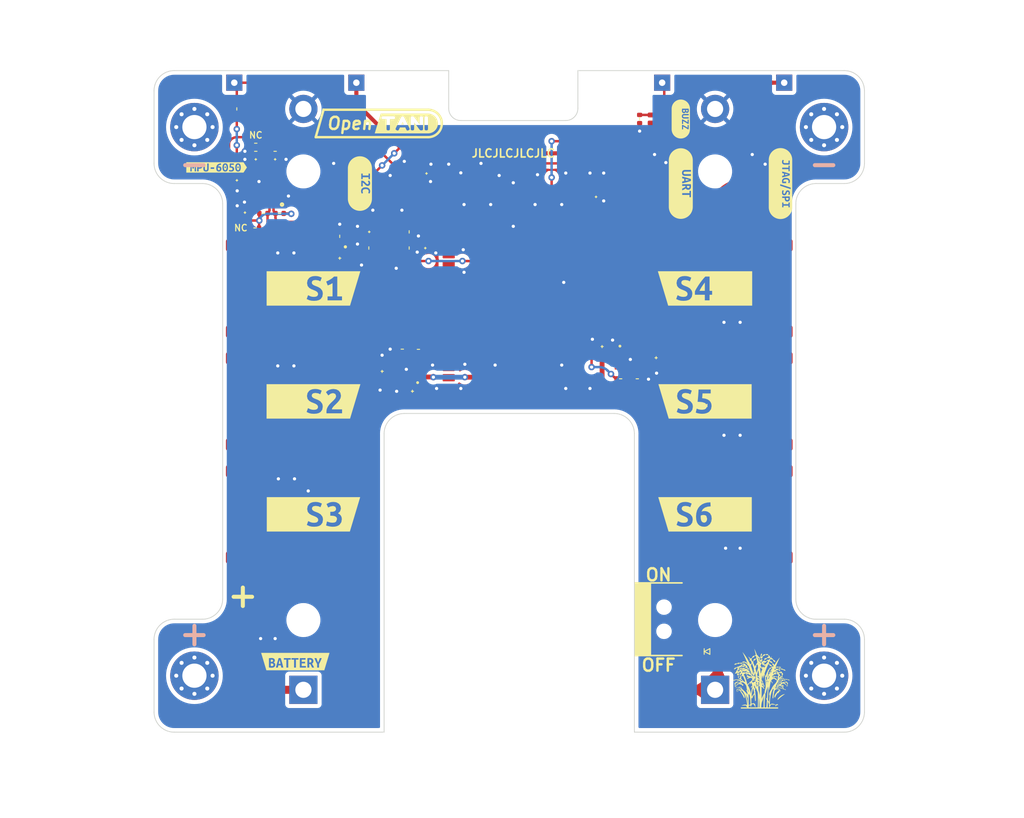
<source format=kicad_pcb>
(kicad_pcb (version 20211014) (generator pcbnew)
  (layers (0 "F.Cu" signal) (31 "B.Cu" signal) (34 "B.Paste" user) (35 "F.Paste" user) (36 "B.SilkS" user "B.Silkscreen") (37 "F.SilkS" user "F.Silkscreen") (38 "B.Mask" user) (39 "F.Mask" user) (44 "Edge.Cuts" user))
  (net 0 "")
  (net 1 "GND")
  (net 2 "/REED2")
  (net 3 "/REED1")
  (net 4 "+BATT")
  (net 5 "/ADC_BATT")
  (net 6 "/ADC_EN")
  (net 7 "+3.3V")
  (net 8 "Net-(C4-Pad1)")
  (net 9 "/MPU_REGOUT")
  (net 10 "Net-(D2-Pad1)")
  (net 11 "VBUS")
  (net 12 "/S1_TX")
  (net 13 "/S1_RX")
  (net 14 "/S2_TX")
  (net 15 "/S2_RX")
  (net 16 "/S3_RX")
  (net 17 "/S4_TX")
  (net 18 "/S4_RX")
  (net 19 "/MTMS_CS")
  (net 20 "/MTDI_MOSI")
  (net 21 "/MTCK_SCK")
  (net 22 "/MTDO_MISO")
  (net 23 "/RST")
  (net 24 "/RX")
  (net 25 "/TX")
  (net 26 "/SCL")
  (net 27 "/SDA")
  (net 29 "/MPU_CPOUT")
  (net 30 "/I00")
  (net 31 "/S3_TX")
  (net 32 "/3V3_LDO1")
  (net 33 "/3V3_LDO2")
  (net 34 "Net-(Q1-Pad3)")
  (net 35 "/LDO1_EN")
  (net 36 "Net-(D1-Pad1)")
  (net 37 "/LDO2_EN")
  (net 38 "/MPU_INT")
  (net 39 "/S5_TX")
  (net 40 "/S5_RX")
  (net 41 "/S6_TX")
  (net 42 "/S6_RX")
  (net 43 "Net-(R7-Pad2)")
  (net 55 "Net-(BZ1-Pad1)")
  (net 57 "/LED")
  (net 58 "/MPU_AD0")
  (net 59 "/3V3_MPU")
  (net 60 "Net-(R10-Pad2)")
  (footprint "TL_Library:R_0402_TL" (layer "F.Cu") (at 86.75 84.525)
    (fp_text reference "R8")
    (fp_text value "10k")
  )
  (footprint "TL_Library:R_0402_TL" (layer "F.Cu") (at 71.55 67.7 180)
    (fp_text reference "R14")
    (fp_text value "2k2")
  )
  (footprint "TL_Library:SOT-23-5_TL" (layer "F.Cu") (at 87.5 87.025 180)
    (fp_text reference "U2")
    (fp_text value "XC6222A331MR-G")
  )
  (footprint "TL_Library:C_0603_TL" (layer "F.Cu") (at 88 89.75)
    (fp_text reference "C5")
    (fp_text value "10µ")
  )
  (footprint "TL_Library:C_0603_TL" (layer "F.Cu") (at 118.2 85.6 90)
    (fp_text reference "C8")
    (fp_text value "10µ")
  )
  (footprint "kibuzzard-6343B22B" (layer "F.Cu") (at 133.6 64 -90)
    (fp_text reference "kibuzzard-6343B22B" hide)
    (fp_text value "G***" hide)
  )
  (footprint "TL_Library:JST_SH_1x06-1MP_P1.00mm_Vertical_TL" (layer "F.Cu") (at 131.45 64 -90)
    (fp_text reference "J2" hide)
    (fp_text value "JST-SH 1x06")
  )
  (footprint "TL_Library:SOT-23_TL" (layer "F.Cu") (at 85.105 71.0525 90)
    (fp_text reference "Q1")
    (fp_text value "AO3401A")
  )
  (footprint "kibuzzard-6343A6AD" (layer "F.Cu") (at 75.75 91)
    (fp_text reference "kibuzzard-6343A6AD" hide)
    (fp_text value "G***" hide)
  )
  (footprint "kibuzzard-6343A88C" (layer "F.Cu") (at 124.25 105)
    (fp_text reference "kibuzzard-6343A88C" hide)
    (fp_text value "G***" hide)
  )
  (footprint "TL_Library:JST_SH_BM02B-SRSS-TB_1x02-1MP_P1.00mm_Vertical" (layer "F.Cu") (at 119.25 56 -90)
    (fp_text reference "BZ1" hide)
    (fp_text value "Buzzer")
  )
  (footprint "TL_Library:R_0402_TL" (layer "F.Cu") (at 87.605 69.99 -90)
    (fp_text reference "R5")
    (fp_text value "220k")
  )
  (footprint "TL_Library:JST_SH_1x06-1MP_P1.00mm_Vertical_TL" (layer "F.Cu") (at 119.25 64 -90)
    (fp_text reference "J3" hide)
    (fp_text value "JST-SH 1x06")
  )
  (footprint "LOGO" (layer "F.Cu") (at 80 127.5)
    (fp_text reference "G***" hide)
    (fp_text value "LOGO" hide)
  )
  (footprint "TL_Library:JST_PH_S4B-PH-SM4-TB_1x04-1MP_P2.00mm_Horizontal" (layer "F.Cu") (at 69.5 105 -90)
    (fp_text reference "J7")
    (fp_text value "JST-PH 1x04")
  )
  (footprint "TL_Library:C_0402_TL" (layer "F.Cu") (at 67.26 67.6 180)
    (fp_text reference "C12")
    (fp_text value "2n2")
  )
  (footprint "MountingHole:MountingHole_3mm_Pad_Via" (layer "F.Cu") (at 139 57)
    (fp_text reference "H2" hide)
    (fp_text value "MH 4mm Via")
  )
  (footprint "kibuzzard-634399EB" (layer "F.Cu") (at 87.249786 56.549596)
    (fp_text reference "kibuzzard-634399EB" hide)
    (fp_text value "G***" hide)
  )
  (footprint "kibuzzard-63441851" (layer "F.Cu") (at 63.75 62)
    (fp_text reference "kibuzzard-63441851" hide)
    (fp_text value "G***" hide)
  )
  (footprint "TL_Library:D_SOD-123F" (layer "F.Cu") (at 124.5 122)
    (fp_text reference "D1")
    (fp_text value "1N5819W")
  )
  (footprint "TL_Library:R_0402_TL" (layer "F.Cu") (at 68.6 60 180)
    (fp_text reference "R16")
    (fp_text value "4k7")
  )
  (footprint "TL_Library:R_0402_TL" (layer "F.Cu") (at 82.605 71.99 90)
    (fp_text reference "R4")
    (fp_text value "1m")
  )
  (footprint "TL_Library:C_0603_TL" (layer "F.Cu") (at 84.25 87.275 -90)
    (fp_text reference "C6")
    (fp_text value "10µ")
  )
  (footprint "TL_Library:R_0402_TL" (layer "F.Cu") (at 66.25 54.75 90)
    (fp_text reference "R1")
    (fp_text value "0")
  )
  (footprint "MountingHole:MountingHole_3mm_Pad_Via" (layer "F.Cu") (at 61 57)
    (fp_text reference "H1" hide)
    (fp_text value "MH 4mm Via")
  )
  (footprint "TL_Library:JST_PH_B2B-PH-TL-2.0" (layer "F.Cu") (at 76 118.1 -90)
    (fp_text reference "J4")
    (fp_text value "JST-PH 1x02")
  )
  (footprint "TL_Library:R_0402_TL" (layer "F.Cu") (at 79 70.539088 -90)
    (fp_text reference "R3")
    (fp_text value "1k")
  )
  (footprint "kibuzzard-6343A848" (layer "F.Cu") (at 124.25 77)
    (fp_text reference "kibuzzard-6343A848" hide)
    (fp_text value "G***" hide)
  )
  (footprint "TL_Library:C_0402_TL" (layer "F.Cu") (at 89.75 62.75 180)
    (fp_text reference "C1")
    (fp_text value "100n")
  )
  (footprint "TL_Library:JST_PH_S4B-PH-SM4-TB_1x04-1MP_P2.00mm_Horizontal" (layer "F.Cu") (at 69.5 91 -90)
    (fp_text reference "J6")
    (fp_text value "JST-PH 1x04")
  )
  (footprint "TL_Library:InvenSense_QFN-24_4x4mm_P0.5mm_NoMask" (layer "F.Cu") (at 69.55 64.3 180)
    (fp_text reference "U4")
    (fp_text value "MPU-6050")
  )
  (footprint "kibuzzard-6343A6B9" (layer "F.Cu") (at 75.75 105)
    (fp_text reference "kibuzzard-6343A6B9" hide)
    (fp_text value "G***" hide)
  )
  (footprint "kibuzzard-634411D5" (layer "F.Cu") (at 121.25 56 -90)
    (fp_text reference "kibuzzard-634411D5" hide)
    (fp_text value "G***" hide)
  )
  (footprint "TL_Library:TL-S2_Rev.B2" (layer "F.Cu") (at 100.5 76)
    (fp_text reference "U1")
    (fp_text value "TL-S3-REV.B")
  )
  (footprint "TL_Library:C_0402_TL" (layer "F.Cu") (at 68.6 61 180)
    (fp_text reference "C11")
    (fp_text value "100n")
  )
  (footprint "TL_Library:R_0402_TL" (layer "F.Cu") (at 69.55 67.7)
    (fp_text reference "R13")
    (fp_text value "2k2")
  )
  (footprint "TL_Library:C_0402_TL" (layer "F.Cu") (at 71 61)
    (fp_text reference "C9")
    (fp_text value "10n")
  )
  (footprint "TL_Library:C_0402_TL" (layer "F.Cu") (at 110.75 65.65 90)
    (fp_text reference "C2")
    (fp_text value "100n")
  )
  (footprint "TL_Library:C_0402_TL" (layer "F.Cu") (at 82.655 69.99 90)
    (fp_text reference "C4")
    (fp_text value "1µ")
  )
  (footprint "kibuzzard-6343A679" (layer "F.Cu") (at 75.75 77)
    (fp_text reference "kibuzzard-6343A679" hide)
    (fp_text value "G***" hide)
  )
  (footprint "TL_Library:C_0402_TL" (layer "F.Cu") (at 89.6 72 -90)
    (fp_text reference "C3")
    (fp_text value "100n")
  )
  (footprint "TL_Library:R_0402_TL" (layer "F.Cu") (at 68.5 69.5 180)
    (fp_text reference "R12")
    (fp_text value "NC" hide)
  )
  (footprint "MountingHole:MountingHole_3mm_Pad_Via" (layer "F.Cu") (at 139 125)
    (fp_text reference "H4" hide)
    (fp_text value "MH 4mm Via")
  )
  (footprint "LOGO" (layer "F.Cu") (at 131.25 125.25)
    (fp_text reference "G***" hide)
    (fp_text value "LOGO" hide)
  )
  (footprint "TL_Library:C_0402_TL" (layer "F.Cu") (at 66.26 63.6 -90)
    (fp_text reference "C10")
    (fp_text value "100n")
  )
  (footprint "TL_Library:SW_SPST_REED_CT10-XXXX-G1" (layer "F.Cu") (at 126.5 51.5 180)
    (fp_text reference "SW3")
    (fp_text value "Reed2")
  )
  (footprint "TL_Library:R_0402_TL" (layer "F.Cu") (at 68.6 59 180)
    (fp_text reference "R15")
    (fp_text value "NC")
  )
  (footprint "TL_Library:JST_PH_S4B-PH-SM4-TB_1x04-1MP_P2.00mm_Horizontal" (layer "F.Cu") (at 69.5 77 -90)
    (fp_text reference "J5")
    (fp_text value "JST-PH 1x04")
  )
  (footprint "TL_Library:JST_PH_S4B-PH-SM4-TB_1x04-1MP_P2.00mm_Horizontal" (layer "F.Cu") (at 130.5 105 90)
    (fp_text reference "J10")
    (fp_text value "JST-PH 1x04")
  )
  (footprint "TL_Library:JST_PH_S4B-PH-SM4-TB_1x04-1MP_P2.00mm_Horizontal" (layer "F.Cu") (at 130.5 77 90)
    (fp_text reference "J8")
    (fp_text value "JST-PH 1x04")
  )
  (footprint "TL_Library:R_0402_TL" (layer "F.Cu") (at 88.75 84.55 180)
    (fp_text reference "R7")
    (fp_text value "0")
  )
  (footprint "LOGO" (layer "F.Cu") (at 80 127.5)
    (fp_text reference "G***" hide)
    (fp_text value "LOGO" hide)
  )
  (footprint "kibuzzard-6343BC66" (layer "F.Cu") (at 73.5 123.25)
    (fp_text reference "kibuzzard-6343BC66" hide)
    (fp_text value "G***" hide)
  )
  (footprint "kibuzzard-6343B029" (layer "F.Cu") (at 81.5 64 -90)
    (fp_text reference "kibuzzard-6343B029" hide)
    (fp_text value "G***" hide)
  )
  (footprint "TL_Library:JST_PH_S4B-PH-SM4-TB_1x04-1MP_P2.00mm_Horizontal" (layer "F.Cu") (at 130.5 91 90)
    (fp_text reference "J9")
    (fp_text value "JST-PH 1x04")
  )
  (footprint "TL_Library:R_0402_TL" (layer "F.Cu") (at 115.8625 88.2 180)
    (fp_text reference "R10")
    (fp_text value "10k")
  )
  (footprint "kibuzzard-6343A87B" (layer "F.Cu") (at 124.25 91)
    (fp_text reference "kibuzzard-6343A87B" hide)
    (fp_text value "G***" hide)
  )
  (footprint "TL_Library:R_0402_TL" (layer "F.Cu") (at 87.605 71.99 -90)
    (fp_text reference "R6")
    (fp_text value "200k")
  )
  (footprint "TL_Library:D_0603_TL" (layer "F.Cu") (at 79 73.2475 -90)
    (fp_text reference "D2")
    (fp_text value "RED")
  )
  (footprint "TL_Library:SOT-23-5_TL" (layer "F.Cu") (at 114.8625 85.8)
    (fp_text reference "U3")
    (fp_text value "XC6222A331MR-G")
  )
  (footprint "MountingHole:MountingHole_3mm_Pad_Via" (layer "F.Cu") (at 61 125)
    (fp_text reference "H3" hide)
    (fp_text value "MH 4mm Via")
  )
  (footprint "kibuzzard-6343B0FA" (layer "F.Cu") (at 121.25 64 -90)
    (fp_text reference "kibuzzard-6343B0FA" hide)
    (fp_text value "G***" hide)
  )
  (footprint "TL_Library:R_0402_TL" (layer "F.Cu") (at 113.8 88.2)
    (fp_text reference "R9")
    (fp_text value "0" hide)
  )
  (footprint "TL_Library:R_0402_TL" (layer "F.Cu") (at 124.5 91.51 90)
    (fp_text reference "R17")
    (fp_text value "4k7")
  )
  (footprint "TL_Library:SW_SPST_REED_CT10-XXXX-G1" (layer "F.Cu") (at 73.5 51.5 180)
    (fp_text reference "SW2")
    (fp_text value "Reed1")
  )
  (footprint "TL_Library:SW_SPDT_PCM12_TL" (layer "F.Cu") (at 119 118 -90)
    (fp_text reference "SW1")
    (fp_text value "POWER")
  )
  (footprint "TL_Library:R_0402_TL" (layer "F.Cu") (at 116.15 56 90)
    (fp_text reference "R2")
    (fp_text value "10k")
  )
  (footprint "TL_Library:JST_SH_BM04B-SRSS-TB_1x04-1MP_P1.00mm_Vertical_TL" (layer "F.Cu") (at 79.5 64 -90)
    (fp_text reference "J1" hide)
    (fp_text value "JST-PH 1x04")
  )
  (footprint "TL_Library:R_0402_TL" (layer "F.Cu") (at 71 60 180)
    (fp_text reference "R11")
    (fp_text value "0")
  )
  (footprint "TL_Library:C_0603_TL" (layer "F.Cu") (at 111.5 84.2 -90)
    (fp_text reference "C7")
    (fp_text value "10µ")
  )
  (footprint "TL_Library:BatteryHolder_MPD_BH-18650-PC2" (layer "B.Cu") (at 74.5 126.75 90)
    (fp_text reference "BT1")
    (fp_text value "18650")
  )
  (footprint "TL_Library:BatteryHolder_MPD_BH-18650-PC2" (layer "B.Cu") (at 125.5 126.75 90)
    (fp_text reference "BT2")
    (fp_text value "18650")
  )
  (gr_line (start 89.948978 58.250404) (end 76.024786 58.249596) (layer "F.SilkS") (width 0.3))
  (gr_line (start 133.25 129) (end 128.75 129) (layer "F.SilkS") (width 0.15))
  (gr_rect (start 115.6 113.55) (end 117.5 122.425) (layer "F.SilkS") (width 0.15) (fill solid))
  (gr_arc (start 89.948978 54.848788) (mid 91.649786 56.549596) (end 89.948978 58.250404) (layer "F.SilkS") (width 0.3))
  (gr_line (start 77 54.848788) (end 76.024786 58.249596) (layer "F.SilkS") (width 0.3))
  (gr_rect (start 89.948978 54.848788) (end 77 54.849596) (layer "F.SilkS") (width 0.3) (fill none))
  (gr_line (start 115.6 122.5) (end 121.4 122.5) (layer "F.SilkS") (width 0.2))
  (gr_line (start 115.55 113.5) (end 121.4 113.5) (layer "F.SilkS") (width 0.2))
  (gr_arc (start 58.5 132) (mid 56.732233 131.267767) (end 56 129.5) (layer "Edge.Cuts") (width 0.1))
  (gr_arc (start 144 61.5) (mid 143.267767 63.267767) (end 141.5 64) (layer "Edge.Cuts") (width 0.1))
  (gr_arc (start 141.5 50) (mid 143.267767 50.732233) (end 144 52.5) (layer "Edge.Cuts") (width 0.1))
  (gr_line (start 64.5 66.5) (end 64.5 115.5) (layer "Edge.Cuts") (width 0.1))
  (gr_line (start 141.5 132) (end 115.5 132) (layer "Edge.Cuts") (width 0.1))
  (gr_line (start 92.5 54.68934) (end 92.5 50) (layer "Edge.Cuts") (width 0.1))
  (gr_line (start 135.5 115.5) (end 135.5 66.5) (layer "Edge.Cuts") (width 0.1))
  (gr_arc (start 56 120.5) (mid 56.732233 118.732233) (end 58.5 118) (layer "Edge.Cuts") (width 0.1))
  (gr_arc (start 64.5 115.5) (mid 63.767767 117.267767) (end 62 118) (layer "Edge.Cuts") (width 0.1))
  (gr_line (start 141.5 50) (end 108.5 50) (layer "Edge.Cuts") (width 0.1))
  (gr_line (start 58.5 64) (end 62 64) (layer "Edge.Cuts") (width 0.1))
  (gr_line (start 84.5 95) (end 84.5 132) (layer "Edge.Cuts") (width 0.1))
  (gr_arc (start 58.5 64) (mid 56.732233 63.267767) (end 56 61.5) (layer "Edge.Cuts") (width 0.1))
  (gr_arc (start 84.5 95) (mid 85.232233 93.232233) (end 87 92.5) (layer "Edge.Cuts") (width 0.1))
  (gr_arc (start 113 92.5) (mid 114.767767 93.232233) (end 115.5 95) (layer "Edge.Cuts") (width 0.1))
  (gr_line (start 144 129.5) (end 144 120.5) (layer "Edge.Cuts") (width 0.1))
  (gr_arc (start 141.5 118) (mid 143.267767 118.732233) (end 144 120.5) (layer "Edge.Cuts") (width 0.1))
  (gr_line (start 144 52.5) (end 144 61.5) (layer "Edge.Cuts") (width 0.1))
  (gr_line (start 56 120.5) (end 56 129.5) (layer "Edge.Cuts") (width 0.1))
  (gr_line (start 58.5 132) (end 84.5 132) (layer "Edge.Cuts") (width 0.1))
  (gr_arc (start 62 64) (mid 63.767767 64.732233) (end 64.5 66.5) (layer "Edge.Cuts") (width 0.1))
  (gr_arc (start 94 56.18934) (mid 92.93934 55.75) (end 92.5 54.68934) (layer "Edge.Cuts") (width 0.1))
  (gr_line (start 115.5 95) (end 115.5 132) (layer "Edge.Cuts") (width 0.1))
  (gr_line (start 141.5 118) (end 138 118) (layer "Edge.Cuts") (width 0.1))
  (gr_arc (start 135.5 66.5) (mid 136.232233 64.732233) (end 138 64) (layer "Edge.Cuts") (width 0.1))
  (gr_arc (start 138 118) (mid 136.232233 117.267767) (end 135.5 115.5) (layer "Edge.Cuts") (width 0.1))
  (gr_arc (start 56 52.5) (mid 56.732233 50.732233) (end 58.5 50) (layer "Edge.Cuts") (width 0.1))
  (gr_line (start 113 92.5) (end 87 92.5) (layer "Edge.Cuts") (width 0.1))
  (gr_line (start 138 64) (end 141.5 64) (layer "Edge.Cuts") (width 0.1))
  (gr_line (start 56 52.5) (end 56 61.5) (layer "Edge.Cuts") (width 0.1))
  (gr_line (start 108.5 54.68934) (end 108.5 50) (layer "Edge.Cuts") (width 0.1))
  (gr_line (start 62 118) (end 58.5 118) (layer "Edge.Cuts") (width 0.1))
  (gr_line (start 58.5 50) (end 92.5 50) (layer "Edge.Cuts") (width 0.1))
  (gr_arc (start 144 129.5) (mid 143.267767 131.267767) (end 141.5 132) (layer "Edge.Cuts") (width 0.1))
  (gr_arc (start 108.5 54.68934) (mid 108.06066 55.75) (end 107 56.18934) (layer "Edge.Cuts") (width 0.1))
  (gr_line (start 107 56.18934) (end 94 56.18934) (layer "Edge.Cuts") (width 0.1))
  (gr_text "TL-Node Rev.0" (at 129.5 130.25) (layer "F.Cu") (effects (font (size 1.25 1.25) (thickness 0.2))))
  (gr_text "-" (at 61 61.5) (layer "B.SilkS") (effects (font (size 3 3) (thickness 0.5)) (justify mirror)))
  (gr_text "+" (at 61 119.75) (layer "B.SilkS") (effects (font (size 3 3) (thickness 0.5)) (justify mirror)))
  (gr_text "-" (at 139 61.5) (layer "B.SilkS") (effects (font (size 3 3) (thickness 0.5)) (justify mirror)))
  (gr_text "+" (at 139 119.75) (layer "B.SilkS") (effects (font (size 3 3) (thickness 0.5)) (justify mirror)))
  (gr_text "NC" (at 68.6 58) (layer "F.SilkS") (effects (font (size 0.8 0.8))))
  (gr_text "OFF" (at 118.5 123.7) (layer "F.SilkS") (effects (font (size 1.5 1.5) (thickness 0.3))))
  (gr_text "+" (at 67 115) (layer "F.SilkS") (effects (font (size 3 3) (thickness 0.5))))
  (gr_text "NC" (at 66.75 69.5) (layer "F.SilkS") (effects (font (size 0.8 0.8))))
  (gr_text "Open" (at 80.25 56.549596) (layer "F.SilkS") (effects (font (size 1.5 1.5) (thickness 0.3) italic)))
  (gr_text "ON" (at 118.5 112.5) (layer "F.SilkS") (effects (font (size 1.5 1.5) (thickness 0.3))))
  (gr_text "JLCJLCJLCJLC" (at 100.5 60.25) (layer "F.SilkS") (effects (font (size 1 1) (thickness 0.2))))
  (segment (start 117.164644 88.2) (end 116.3725 88.2) (width 0.6) (layer "F.Cu") (net 1))
  (segment (start 73.325 87.475) (end 73.325 86.6) (width 0.6) (layer "F.Cu") (net 1))
  (segment (start 93.2175 89.335) (end 92.545962 89.335) (width 0.6) (layer "F.Cu") (net 1))
  (segment (start 112.8 83.4) (end 112.7875 83.4125) (width 0.3) (layer "F.Cu") (net 1))
  (segment (start 86.05 74.55) (end 86 74.5) (width 0.25) (layer "F.Cu") (net 1))
  (segment (start 93.9675 89.3675) (end 94 89.4) (width 0.6) (layer "F.Cu") (net 1))
  (segment (start 109.409437 62.665) (end 109.232499 62.665) (width 0.6) (layer "F.Cu") (net 1))
  (segment (start 109.763313 62.665) (end 109.409437 62.665) (width 0.6) (layer "F.Cu") (net 1))
  (segment (start 126.6 80.525) (end 126.6 81.2) (width 0.6) (layer "F.Cu") (net 1))
  (segment (start 107.614614 89.335) (end 107.278845 89.335) (width 0.6) (layer "F.Cu") (net 1))
  (segment (start 127.1625 94) (end 127.1375 94) (width 0.6) (layer "F.Cu") (net 1))
  (segment (start 107.059748 62.665) (end 107.236686 62.665) (width 0.6) (layer "F.Cu") (net 1))
  (segment (start 93.721153 89.335) (end 93.889038 89.335) (width 0.6) (layer "F.Cu") (net 1))
  (segment (start 128.0875 108) (end 128.075 108) (width 0.6) (layer "F.Cu") (net 1))
  (segment (start 71.325 72.6) (end 71.325 73.525) (width 0.6) (layer "F.Cu") (net 1))
  (segment (start 115 85.8) (end 113.725 85.8) (width 0.6) (layer "F.Cu") (net 1))
  (segment (start 69.2 119.575) (end 69.2 120.4) (width 0.6) (layer "F.Cu") (net 1))
  (segment (start 109.9825 62.6825) (end 110 62.7) (width 0.6) (layer "F.Cu") (net 1))
  (segment (start 85.25 84.525) (end 86.24 84.525) (width 0.6) (layer "F.Cu") (net 1))
  (segment (start 111.68 66.13) (end 111.7 66.15) (width 0.25) (layer "F.Cu") (net 1))
  (segment (start 127.175 94) (end 127.1625 94) (width 0.6) (layer "F.Cu") (net 1))
  (segment (start 73.325 72.6) (end 73.325 73.475) (width 0.6) (layer "F.Cu") (net 1))
  (segment (start 69.725 119.1) (end 69.7125 119.1) (width 0.6) (layer "F.Cu") (net 1))
  (segment (start 71.8 74) (end 72.7 74) (width 0.6) (layer "F.Cu") (net 1))
  (segment (start 90.643676 72.542138) (end 90.585814 72.484276) (width 0.25) (layer "F.Cu") (net 1))
  (segment (start 107.7675 62.665) (end 107.590562 62.665) (width 0.6) (layer "F.Cu") (net 1))
  (segment (start 91.614614 89.335) (end 91.278845 89.335) (width 0.6) (layer "F.Cu") (net 1))
  (segment (start 127.175 80) (end 127.1625 80) (width 0.6) (layer "F.Cu") (net 1))
  (segment (start 72.75 88) (end 72.7 88) (width 0.6) (layer "F.Cu") (net 1))
  (segment (start 78.175 61.628033) (end 78.175 62.5) (width 0.6) (layer "F.Cu") (net 1))
  (segment (start 72.213292 60.999766) (end 72.213409 60.999883) (width 0.3) (layer "F.Cu") (net 1))
  (segment (start 72.75 74) (end 72.7 74) (width 0.6) (layer "F.Cu") (net 1))
  (segment (start 91.278845 89.335) (end 91.110961 89.335) (width 0.6) (layer "F.Cu") (net 1))
  (segment (start 109.232499 62.665) (end 108.524748 62.665) (width 0.6) (layer "F.Cu") (net 1))
  (segment (start 109.409437 62.665) (end 109.763313 62.665) (width 0.6) (layer "F.Cu") (net 1))
  (segment (start 66.3 66.775714) (end 66.3 66.75) (width 0.3) (layer "F.Cu") (net 1))
  (segment (start 112.0375 83.425) (end 110.9625 83.425) (width 0.6) (layer "F.Cu") (net 1))
  (segment (start 67.2 66.3) (end 67.388918 66.111081) (width 0.3) (layer "F.Cu") (net 1))
  (segment (start 109.721153 89.335) (end 109.385384 89.335) (width 0.6) (layer "F.Cu") (net 1))
  (segment (start 89.099143 87.025) (end 88.175857 87.025) (width 0.6) (layer "F.Cu") (net 1))
  (segment (start 93.991464 62.665) (end 93.0325 62.665) (width 0.6) (layer "F.Cu") (net 1))
  (segment (start 73.4 100.6) (end 73.4 101.475) (width 0.6) (layer "F.Cu") (net 1))
  (segment (start 79 69.039088) (end 79 70.029088) (width 0.6) (layer "F.Cu") (net 1))
  (segment (start 72.7625 74) (end 72.75 74) (width 0.6) (layer "F.Cu") (net 1))
  (segment (start 128.6 95.2) (end 128.6 94.475) (width 0.6) (layer "F.Cu") (net 1))
  (segment (start 109.763313 62.665) (end 111.640251 62.665) (width 0.6) (layer "F.Cu") (net 1))
  (segment (start 127.125 80) (end 127.1375 80) (width 0.6) (layer "F.Cu") (net 1))
  (segment (start 110.9625 83.425) (end 110.513388 83.425) (width 0.6) (layer "F.Cu") (net 1))
  (segment (start 72.875 102) (end 72.8625 102) (width 0.6) (layer "F.Cu") (net 1))
  (segment (start 127.125 94) (end 127.1375 94) (width 0.6) (layer "F.Cu") (net 1))
  (segment (start 71.325 87.525) (end 71.325 86.6) (width 0.6) (layer "F.Cu") (net 1))
  (segment (start 81.9 74.3) (end 81.7 74.1) (width 0.25) (layer "F.Cu") (net 1))
  (segment (start 130.125 60.442677) (end 130.125 60.971338) (width 0.6) (layer "F.Cu") (net 1))
  (segment (start 72.7875 88) (end 72.8 88) (width 0.6) (layer "F.Cu") (net 1))
  (segment (start 92.454038 89.335) (end 91.782499 89.335) (width 0.6) (layer "F.Cu") (net 1))
  (segment (start 127.225 80) (end 127.175 80) (width 0.6) (layer "F.Cu") (net 1))
  (segment (start 90.9 72.858578) (end 90.9 72.6) (width 0.25) (layer "F.Cu") (net 1))
  (segment (start 131.7 61.6) (end 131.65 61.55) (width 0.6) (layer "F.Cu") (net 1))
  (segment (start 111.7 62.7) (end 111.6825 62.6825) (width 0.6) (layer "F.Cu") (net 1))
  (segment (start 71.5 65.55) (end 72.65 65.55) (width 0.3) (layer "F.Cu") (net 1))
  (segment (start 72.7 88) (end 71.8 88) (width 0.6) (layer "F.Cu") (net 1))
  (segment (start 127.1625 80) (end 127.1375 80) (width 0.6) (layer "F.Cu") (net 1))
  (segment (start 117.25 88.25) (end 117.225 88.225) (width 0.6) (layer "F.Cu") (net 1))
  (segment (start 72.7625 88) (end 72.75 88) (width 0.6) (layer "F.Cu") (net 1))
  (segment (start 88.577928 72.49) (end 88.4 72.49) (width 0.25) (layer "F.Cu") (net 1))
  (segment (start 128.6 80.475) (end 128.6 81.2) (width 0.6) (layer "F.Cu") (net 1))
  (segment (start 93.2175 89.335) (end 93.385384 89.335) (width 0.6) (layer "F.Cu") (net 1))
  (segment (start 93.9975 62.6675) (end 94 62.67) (width 0.6) (layer "F.Cu") (net 1))
  (segment (start 92.5 62.1325) (end 92.5 61.6) (width 0.6) (layer "F.Cu") (net 1))
  (segment (start 72.775 102) (end 71.875 102) (width 0.6) (layer "F.Cu") (net 1))
  (segment (start 91.782499 89.335) (end 91.614614 89.335) (width 0.6) (layer "F.Cu") (net 1))
  (segment (start 68.09 60) (end 67.25 60) (width 0.3) (layer "F.Cu") (net 1))
  (segment (start 86.05 89.75) (end 87.225 89.75) (width 0.6) (layer "F.Cu") (net 1))
  (segment (start 108.475252 62.665) (end 107.7675 62.665) (width 0.6) (layer "F.Cu") (net 1))
  (segment (start 72.7875 88) (end 72.7625 88) (width 0.6) (layer "F.Cu") (net 1))
  (segment (start 93.721153 89.335) (end 93.385384 89.335) (width 0.6) (layer "F.Cu") (net 1))
  (segment (start 107 89.4) (end 107.0325 89.3675) (width 0.6) (layer "F.Cu") (net 1))
  (segment (start 72.8375 102) (end 72.825 102) (width 0.6) (layer "F.Cu") (net 1))
  (segment (start 72.8625 102) (end 72.8375 102) (width 0.6) (layer "F.Cu") (net 1))
  (segment (start 67.499767 65.686707) (end 67.499767 65.84347) (width 0.3) (layer "F.Cu") (net 1))
  (segment (start 69.675 119.1) (end 69.6875 119.1) (width 0.6) (layer "F.Cu") (net 1))
  (segment (start 126.6 94.525) (end 126.6 95.2) (width 0.6) (layer "F.Cu") (net 1))
  (segment (start 66.26 64.712218) (end 66.26 64.08) (width 0.3) (layer "F.Cu") (net 1))
  (segment (start 130.1 60.4) (end 130.1125 60.4125) (width 0.6) (layer "F.Cu") (net 1))
  (segment (start 118 60.4) (end 117.9625 60.4375) (width 0.6) (layer "F.Cu") (net 1))
  (segment (start 68.12 61) (end 67.25 61) (width 0.3) (layer "F.Cu") (net 1))
  (segment (start 66.78 67.44) (end 66.78 67.6) (width 0.3) (layer "F.Cu") (net 1))
  (segment (start 109.2175 89.335) (end 108.545962 89.335) (width 0.6) (layer "F.Cu") (net 1))
  (segment (start 91 89.4) (end 91.0325 89.3675) (width 0.6) (layer "F.Cu") (net 1))
  (segment (start 67.55 65.6) (end 67.6 65.55) (width 0.3) (layer "F.Cu") (net 1))
  (segment (start 72.7875 74) (end 72.7625 74) (width 0.6) (layer "F.Cu") (net 1))
  (segment (start 117.925 60.528033) (end 117.925 61.014016) (width 0.6) (layer "F.Cu") (net 1))
  (segment (start 127.225 94) (end 128.125 94) (width 0.6) (layer "F.Cu") (net 1))
  (segment (start 69.775 119.1) (end 70.575 119.1) (width 0.6) (layer "F.Cu") (net 1))
  (segment (start 128.025 108) (end 127.225 108) (width 0.6) (layer "F.Cu") (net 1))
  (segment (start 72.8 74) (end 72.7875 74) (width 0.6) (layer "F.Cu") (net 1))
  (segment (start 89.560786 87.025) (end 89.099143 87.025) (width 0.6) (layer "F.Cu") (net 1))
  (segment (start 84.25 85.275) (end 84.25 86.5) (width 0.6) (layer "F.Cu") (net 1))
  (segment (start 107.0175 62.6825) (end 107 62.7) (width 0.6) (layer "F.Cu") (net 1))
  (segment (start 90.783367 72.6) (end 90.9 72.6) (width 0.25) (layer "F.Cu") (net 1))
  (segment (start 66.702013 67.203442) (end 66.318182 66.819611) (width 0.3) (layer "F.Cu") (net 1))
  (segment (start 106.6 62.3) (end 107 62.7) (width 0.25) (layer "F.Cu") (net 1))
  (segment (start 90.23 63.715857) (end 90.23 62.75) (width 0.6) (layer "F.Cu") (net 1))
  (segment (start 81.553553 67.946446) (end 81.881801 67.618198) (width 0.25) (layer "F.Cu") (net 1))
  (segment (start 68.8 62.35) (end 68.8 63.414644) (width 0.3) (layer "F.Cu") (net 1))
  (segment (start 128.1125 108) (end 128.0875 108) (width 0.6) (layer "F.Cu") (net 1))
  (segment (start 88.6 72.5) (end 88.62 72.48) (width 0.25) (layer "F.Cu") (net 1))
  (segment (start 92.454038 89.335) (end 92.545962 89.335) (width 0.6) (layer "F.Cu") (net 1))
  (segment (start 87.25 87.025) (end 88.175857 87.025) (width 0.6) (layer "F.Cu") (net 1))
  (segment (start 118.2 87.414644) (end 118.2 86.375) (width 0.6) (layer "F.Cu") (net 1))
  (segment (start 109.9675 89.3675) (end 110 89.4) (width 0.6) (layer "F.Cu") (net 1))
  (segment (start 81.2 73.246446) (end 81.2 69.3) (width 0.25) (layer "F.Cu") (net 1))
  (segment (start 128.6 108.475) (end 128.6 109.2) (width 0.6) (layer "F.Cu") (net 1))
  (segment (start 126.8 108.425) (end 126.8 109.2) (width 0.6) (layer "F.Cu") (net 1))
  (segment (start 91.1 73.341421) (end 91.1 73.917157) (width 0.25) (layer "F.Cu") (net 1))
  (segment (start 107.278845 89.335) (end 107.110961 89.335) (width 0.6) (layer "F.Cu") (net 1))
  (segment (start 72.179289 61) (end 71.34 61) (width 0.3) (layer "F.Cu") (net 1))
  (segment (start 109.2175 89.335) (end 109.385384 89.335) (width 0.6) (layer "F.Cu") (net 1))
  (segment (start 112.0375 83.425) (end 112.757322 83.425) (width 0.6) (layer "F.Cu") (net 1))
  (segment (start 116.15 57.5) (end 116.15 56.51) (width 0.3) (layer "F.Cu") (net 1))
  (segment (start 128.075 108) (end 128.025 108) (width 0.6) (layer "F.Cu") (net 1))
  (segment (start 131.529289 61.5) (end 130.653661 61.5) (width 0.6) (layer "F.Cu") (net 1))
  (segment (start 83.1 67.3) (end 82.65 67.3) (width 0.25) (layer "F.Cu") (net 1))
  (segment (start 108.475252 62.665) (end 108.524748 62.665) (width 0.6) (layer "F.Cu") (net 1))
  (segment (start 107.782499 89.335) (end 107.614614 89.335) (width 0.6) (layer "F.Cu") (net 1))
  (segment (start 109.763313 62.665) (end 109.940251 62.665) (width 0.6) (layer "F.Cu") (net 1))
  (segment (start 108.454038 89.335) (end 108.545962 89.335) (width 0.6) (layer "F.Cu") (net 1))
  (segment (start 127.225 94) (end 127.175 94) (width 0.6) (layer "F.Cu") (net 1))
  (segment (start 118.25 87.5) (end 118.225 87.475) (width 0.6) (layer "F.Cu") (net 1))
  (segment (start 109.889038 89.335) (end 109.721153 89.335) (width 0.6) (layer "F.Cu") (net 1))
  (segment (start 72.825 102) (end 72.775 102) (width 0.6) (layer "F.Cu") (net 1))
  (segment (start 90.25 63.75) (end 90.24 63.74) (width 0.3) (layer "F.Cu") (net 1))
  (segment (start 119.229289 61.5) (end 118.410983 61.5) (width 0.6) (layer "F.Cu") (net 1))
  (segment (start 128.125 80) (end 127.225 80) (width 0.6) (layer "F.Cu") (net 1))
  (segment (start 69.7125 119.1) (end 69.6875 119.1) (width 0.6) (layer "F.Cu") (net 1))
  (segment (start 90.5 86.5) (end 90.267893 86.732107) (width 0.6) (layer "F.Cu") (net 1))
  (segment (start 110.3 83.3) (end 110.3625 83.3625) (width 0.6) (layer "F.Cu") (net 1))
  (segment (start 82.382842 74.5) (end 86 74.5) (width 0.25) (layer "F.Cu") (net 1))
  (segment (start 81.2 68.8) (end 81.2 69.3) (width 0.25) (layer "F.Cu") (net 1))
  (segment (start 104.1 62.3) (end 106.6 62.3) (width 0.25) (layer "F.Cu") (net 1))
  (segment (start 90.565857 72.48) (end 89.6 72.48) (width 0.5) (layer "F.Cu") (net 1))
  (segment (start 71 120.4) (end 71 119.525) (width 0.6) (layer "F.Cu") (net 1))
  (segment (start 110.75 66.13) (end 111.68 66.13) (width 0.6) (layer "F.Cu") (net 1))
  (segment (start 81.45 73.85) (end 81.7 74.1) (width 0.25) (layer "F.Cu") (net 1))
  (segment (start 71.4 101.525) (end 71.4 100.6) (width 0.6) (layer "F.Cu") (net 1))
  (segment (start 66.259637 64.749498) (end 66.279818 64.769679) (width 0.3) (layer "F.Cu") (net 1))
  (segment (start 83.1 67.3) (end 86.7 67.3) (width 0.25) (layer "F.Cu") (net 1))
  (segment (start 108.454038 89.335) (end 107.782499 89.335) (width 0.6) (layer "F.Cu") (net 1))
  (segment (start 66.3 64.818401) (end 66.3 64.9) (width 0.3) (layer "F.Cu") (net 1))
  (segment (start 128.125 108) (end 128.1125 108) (width 0.6) (layer "F.Cu") (net 1))
  (segment (start 103.5 62.9) (end 104.1 62.3) (width 0.25) (layer "F.Cu") (net 1))
  (segment (start 69 63.75) (end 69 63.675814) (width 0.3) (layer "F.Cu") (net 1))
  (segment (start 107.590562 62.665) (end 107.236686 62.665) (width 0.6) (layer "F.Cu") (net 1))
  (segment (start 72.35 61) (end 72.213691 61) (width 0.3) (layer "F.Cu") (net 1))
  (segment (start 78.25 61.5) (end 78.2125 61.5375) (width 0.6) (layer "F.Cu") (net 1))
  (segment (start 119.4 61.4) (end 119.35 61.45) (width 0.6) (layer "F.Cu") (net 1))
  (segment (start 88.587928 72.5) (end 87.605 72.5) (width 0.5) (layer "F.Cu") (net 1))
  (segment (start 69.775 119.1) (end 69.725 119.1) (width 0.6) (layer "F.Cu") (net 1))
  (segment (start 86.17071 74.6) (end 90.417157 74.6) (width 0.25) (layer "F.Cu") (net 1))
  (via (at 86.05 89.75) (size 0.8) (drill 0.4) (layers "F.Cu" "B.Cu") (net 1))
  (via (at 66.3 64.9) (size 0.8) (drill 0.4) (layers "F.Cu" "B.Cu") (net 1))
  (via (at 112.8 83.4) (size 0.8) (drill 0.4) (layers "F.Cu" "B.Cu") (net 1))
  (via (at 67.2 66.3) (size 0.8) (drill 0.4) (layers "F.Cu" "B.Cu") (net 1))
  (via (at 81.7 74.1) (size 0.8) (drill 0.4) (layers "F.Cu" "B.Cu") (net 1))
  (via (at 106.75 76.25) (size 0.8) (drill 0.4) (layers "F.Cu" "B.Cu") (net 1))
  (via (at 116.15 57.5) (size 0.8) (drill 0.4) (layers "F.Cu" "B.Cu") (net 1))
  (via (at 110 89.4) (size 0.8) (drill 0.4) (layers "F.Cu" "B.Cu") (net 1))
  (via (at 111.7 62.7) (size 0.8) (drill 0.4) (layers "F.Cu" "B.Cu") (net 1))
  (via (at 97.7 66.6) (size 0.8) (drill 0.4) (layers "F.Cu" "B.Cu") (net 1))
  (via (at 94 89.4) (size 0.8) (drill 0.4) (layers "F.Cu" "B.Cu") (net 1))
  (via (at 94.4 66.6) (size 0.8) (drill 0.4) (layers "F.Cu" "B.Cu") (net 1))
  (via (at 130.1 60.4) (size 0.8) (drill 0.4) (layers "F.Cu" "B.Cu") (net 1))
  (via (at 128.6 95.2) (size 0.8) (drill 0.4) (layers "F.Cu" "B.Cu") (net 1))
  (via (at 90.9 72.6) (size 0.8) (drill 0.4) (layers "F.Cu" "B.Cu") (net 1))
  (via (at 106.5 66.6) (size 0.8) (drill 0.4) (layers "F.Cu" "B.Cu") (net 1))
  (via (at 84 89.6) (size 0.8) (drill 0.4) (layers "F.Cu" "B.Cu") (net 1))
  (via (at 67.25 61) (size 0.8) (drill 0.4) (layers "F.Cu" "B.Cu") (net 1))
  (via (at 94.4 75) (size 0.8) (drill 0.4) (layers "F.Cu" "B.Cu") (net 1))
  (via (at 71.325 72.6) (size 0.8) (drill 0.4) (layers "F.Cu" "B.Cu") (net 1))
  (via (at 107 89.4) (size 0.8) (drill 0.4) (layers "F.Cu" "B.Cu") (net 1))
  (via (at 90.25 63.75) (size 0.8) (drill 0.4) (layers "F.Cu" "B.Cu") (net 1))
  (via (at 103.2 66.6) (size 0.8) (drill 0.4) (layers "F.Cu" "B.Cu") (net 1))
  (via (at 126.6 81.2) (size 0.8) (drill 0.4) (layers "F.Cu" "B.Cu") (net 1))
  (via (at 71.325 86.6) (size 0.8) (drill 0.4) (layers "F.Cu" "B.Cu") (net 1))
  (via (at 88.75 70.5) (size 0.8) (drill 0.4) (layers "F.Cu" "B.Cu") (net 1))
  (via (at 81.2 69.3) (size 0.8) (drill 0.4) (layers "F.Cu" "B.Cu") (net 1))
  (via (at 85.25 63) (size 0.8) (drill 0.4) (layers "F.Cu" "B.Cu") (net 1))
  (via (at 117.25 88.25) (size 0.8) (drill 0.4) (layers "F.Cu" "B.Cu") (net 1))
  (via (at 73.325 86.6) (size 0.8) (drill 0.4) (layers "F.Cu" "B.Cu") (net 1))
  (via (at 94 62.67) (size 0.8) (drill 0.4) (layers "F.Cu" "B.Cu") (net 1))
  (via (at 100.5 69.3) (size 0.8) (drill 0.4) (layers "F.Cu" "B.Cu") (net 1))
  (via (at 71.4 100.6) (size 0.8) (drill 0.4) (layers "F.Cu" "B.Cu") (net 1))
  (via (at 85.25 84.525) (size 0.8) (drill 0.4) (layers "F.Cu" "B.Cu") (net 1))
  (via (at 103.5 62.9) (size 0.8) (drill 0.4) (layers "F.Cu" "B.Cu") (net 1))
  (via (at 87.25 87.025) (size 0.8) (drill 0.4) (layers "F.Cu" "B.Cu") (net 1))
  (via (at 90.3 61.6) (size 0.8) (drill 0.4) (layers "F.Cu" "B.Cu") (net 1))
  (via (at 79 69.039088) (size 0.8) (drill 0.4) (layers "F.Cu" "B.Cu") (net 1))
  (via (at 73.4 100.6) (size 0.8) (drill 0.4) (layers "F.Cu" "B.Cu") (net 1))
  (via (at 88.6 72.5) (size 0.8) (drill 0.4) (layers "F.Cu" "B.Cu") (net 1))
  (via (at 84.25 85.275) (size 0.8) (drill 0.4) (layers "F.Cu" "B.Cu") (net 1))
  (via (at 118.25 87.5) (size 0.8) (drill 0.4) (layers "F.Cu" "B.Cu") (net 1))
  (via (at 128.6 109.2) (size 0.8) (drill 0.4) (layers "F.Cu" "B.Cu") (net 1))
  (via (at 119.4 61.4) (size 0.8) (drill 0.4) (layers "F.Cu" "B.Cu") (net 1))
  (via (at 72.65 65.55) (size 0.8) (drill 0.4) (layers "F.Cu" "B.Cu") (net 1))
  (via (at 115 85.8) (size 0.8) (drill 0.4) (layers "F.Cu" "B.Cu") (net 1))
  (via (at 106.5 86.5) (size 0.8) (drill 0.4) (layers "F.Cu" "B.Cu") (net 1))
  (via (at 73.325 72.6) (size 0.8) (drill 0.4) (layers "F.Cu" "B.Cu") (net 1))
  (via (at 110 62.7) (size 0.8) (drill 0.4) (layers "F.Cu" "B.Cu") (net 1))
  (via (at 90.5 86.5) (size 0.8) (drill 0.4) (layers "F.Cu" "B.Cu") (net 1))
  (via (at 86.7 67.3) (size 0.8) (drill 0.4) (layers "F.Cu" "B.Cu") (net 1))
  (via (at 69.2 120.4) (size 0.8) (drill 0.4) (layers "F.Cu" "B.Cu") (net 1))
  (via (at 98.25 86.5) (size 0.8) (drill 0.4) (layers "F.Cu" "B.Cu") (net 1))
  (via (at 126.6 95.2) (size 0.8) (drill 0.4) (layers "F.Cu" "B.Cu") (net 1))
  (via (at 72.35 61) (size 0.8) (drill 0.4) (layers "F.Cu" "B.Cu") (net 1))
  (via (at 67.25 60) (size 0.8) (drill 0.4) (layers "F.Cu" "B.Cu") (net 1))
  (via (at 66.3 66.75) (size 0.8) (drill 0.4) (layers "F.Cu" "B.Cu") (net 1))
  (via (at 71 120.4) (size 0.8) (drill 0.4) (layers "F.Cu" "B.Cu") (net 1))
  (via (at 98.75 63) (size 0.8) (drill 0.4) (layers "F.Cu" "B.Cu") (net 1))
  (via (at 86 74.5) (size 0.8) (drill 0.4) (layers "F.Cu" "B.Cu") (net 1))
  (via (at 128.6 81.2) (size 0.8) (drill 0.4) (layers "F.Cu" "B.Cu") (net 1))
  (via (at 131.7 61.6) (size 0.8) (drill 0.4) (layers "F.Cu" "B.Cu") (net 1))
  (via (at 110.3 83.3) (size 0.8) (drill 0.4) (layers "F.Cu" "B.Cu") (net 1))
  (via (at 94.3 72.2) (size 0.8) (drill 0.4) (layers "F.Cu" "B.Cu") (net 1))
  (via (at 126.8 109.2) (size 0.8) (drill 0.4) (layers "F.Cu" "B.Cu") (net 1))
  (via (at 87 61.25) (size 0.8) (drill 0.4) (layers "F.Cu" "B.Cu") (net 1))
  (via (at 118 60.4) (size 0.8) (drill 0.4) (layers "F.Cu" "B.Cu") (net 1))
  (via (at 94.5 86.4) (size 0.8) (drill 0.4) (layers "F.Cu" "B.Cu") (net 1))
  (via (at 78.25 61.5) (size 0.8) (drill 0.4) (layers "F.Cu" "B.Cu") (net 1))
  (via (at 96.5 61.5) (size 0.8) (drill 0.4) (layers "F.Cu" "B.Cu") (net 1))
  (via (at 69 63.75) (size 0.8) (drill 0.4) (layers "F.Cu" "B.Cu") (net 1))
  (via (at 81.2 71.5) (size 0.8) (drill 0.4) (layers "F.Cu" "B.Cu") (net 1))
  (via (at 111.7 66.15) (size 0.8) (drill 0.4) (layers "F.Cu" "B.Cu") (net 1))
  (via (at 107 62.7) (size 0.8) (drill 0.4) (layers "F.Cu" "B.Cu") (net 1))
  (via (at 100.5 63.9) (size 0.8) (drill 0.4) (layers "F.Cu" "B.Cu") (net 1))
  (via (at 91 89.4) (size 0.8) (drill 0.4) (layers "F.Cu" "B.Cu") (net 1))
  (via (at 83.1 67.3) (size 0.8) (drill 0.4) (layers "F.Cu" "B.Cu") (net 1))
  (via (at 75.1 102.1) (size 0.8) (drill 0.4) (layers "F.Cu" "B.Cu") (net 1))
  (via (at 92.5 61.6) (size 0.8) (drill 0.4) (layers "F.Cu" "B.Cu") (net 1))
  (arc (start 128.125 80) (mid 128.460875 80.139124) (end 128.6 80.475) (width 0.6) (layer "F.Cu") (net 1))
  (arc (start 73.325 87.475) (mid 73.171231 87.846231) (end 72.8 88) (width 0.6) (layer "F.Cu") (net 1))
  (arc (start 66.78 67.44) (mid 66.7595 67.315836) (end 66.702013 67.203442) (width 0.3) (layer "F.Cu") (net 1))
  (arc (start 66.26 64.712218) (mid 66.259095 64.730624) (end 66.259637 64.749498) (width 0.3) (layer "F.Cu") (net 1))
  (arc (start 109.9675 89.3675) (mid 109.931501 89.343446) (end 109.889038 89.335) (width 0.6) (layer "F.Cu") (net 1))
  (arc (start 69.2 119.575) (mid 69.339124 119.239124) (end 69.675 119.1) (width 0.6) (layer "F.Cu") (net 1))
  (arc (start 117.925 61.014016) (mid 118.067341 61.357658) (end 118.410983 61.5) (width 0.6) (layer "F.Cu") (net 1))
  (arc (start 89.560786 87.025) (mid 89.94347 86.94888) (end 90.267893 86.732107) (width 0.6) (layer "F.Cu") (net 1))
  (arc (start 91.1 73.917157) (mid 91.048021 74.178469) (end 90.9 74.4) (width 0.25) (layer "F.Cu") (net 1))
  (arc (start 72.213409 60.999883) (mid 72.213538 60.999969) (end 72.213691 61) (width 0.3) (layer "F.Cu") (net 1))
  (arc (start 126.8 108.425) (mid 126.924479 108.124479) (end 127.225 108) (width 0.6) (layer "F.Cu") (net 1))
  (arc (start 88.59 72.495) (mid 88.590634 72.498191) (end 88.587928 72.5) (width 0.25) (layer "F.Cu") (net 1))
  (arc (start 117.225 88.225) (mid 117.197308 88.206497) (end 117.164644 88.2) (width 0.6) (layer "F.Cu") (net 1))
  (arc (start 66.3 66.775714) (mid 66.304725 66.799471) (end 66.318182 66.819611) (width 0.3) (layer "F.Cu") (net 1))
  (arc (start 127.125 80) (mid 126.753768 80.153768) (end 126.6 80.525) (width 0.6) (layer "F.Cu") (net 1))
  (arc (start 81.2 73.246446) (mid 81.264972 73.573087) (end 81.45 73.85) (width 0.25) (layer "F.Cu") (net 1))
  (arc (start 110.3625 83.3625) (mid 110.431728 83.408756) (end 110.513388 83.425) (width 0.6) (layer "F.Cu") (net 1))
  (arc (start 91.110961 89.335) (mid 91.068498 89.343446) (end 91.0325 89.3675) (width 0.6) (layer "F.Cu") (net 1))
  (arc (start 93.0325 62.665) (mid 92.655965 62.509034) (end 92.5 62.1325) (width 0.6) (layer "F.Cu") (net 1))
  (arc (start 128.6 94.475) (mid 128.460875 94.139124) (end 128.125 94) (width 0.6) (layer "F.Cu") (net 1))
  (arc (start 127.125 94) (mid 126.753768 94.153768) (end 126.6 94.525) (width 0.6) (layer "F.Cu") (net 1))
  (arc (start 90.23 63.715857) (mid 90.232598 63.728923) (end 90.24 63.74) (width 0.6) (layer "F.Cu") (net 1))
  (arc (start 71 119.525) (mid 70.87552 119.224479) (end 70.575 119.1) (width 0.6) (layer "F.Cu") (net 1))
  (arc (start 81.553553 67.946446) (mid 81.291885 68.33806) (end 81.2 68.8) (width 0.25) (layer "F.Cu") (net 1))
  (arc (start 119.229289 61.5) (mid 119.294617 61.487005) (end 119.35 61.45) (width 0.6) (layer "F.Cu") (net 1))
  (arc (start 71.4 101.525) (mid 71.539124 101.860875) (end 71.875 102) (width 0.6) (layer "F.Cu") (net 1))
  (arc (start 88.59 72.495) (mid 88.584461 72.491299) (end 88.577928 72.49) (width 0.25) (layer "F.Cu") (net 1))
  (arc (start 93.9975 62.6675) (mid 93.99473 62.665649) (end 93.991464 62.665) (width 0.6) (layer "F.Cu") (net 1))
  (arc (start 117.925 60.528033) (mid 117.934745 60.479036) (end 117.9625 60.4375) (width 0.6) (layer "F.Cu") (net 1))
  (arc (start 71.325 73.525) (mid 71.464124 73.860875) (end 71.8 74) (width 0.6) (layer "F.Cu") (net 1))
  (arc (start 131.529289 61.5) (mid 131.594617 61.512994) (end 131.65 61.55) (width 0.6) (layer "F.Cu") (net 1))
  (arc (start 109.763313 62.665) (mid 109.763313 62.665) (end 109.763313 62.665) (width 0.6) (layer "F.Cu") (net 1))
  (arc (start 81.9 74.3) (mid 82.121529 74.448021) (end 82.382842 74.5) (width 0.25) (layer "F.Cu") (net 1))
  (arc (start 128.125 108) (mid 128.460875 108.139124) (end 128.6 108.475) (width 0.6) (layer "F.Cu") (net 1))
  (arc (start 91 73.1) (mid 91.07401 73.210764) (end 91.1 73.341421) (width 0.25) (layer "F.Cu") (net 1))
  (arc (start 130.125 60.442677) (mid 130.121751 60.426345) (end 130.1125 60.4125) (width 0.6) (layer "F.Cu") (net 1))
  (arc (start 118.2 87.414644) (mid 118.206497 87.447308) (end 118.225 87.475) (width 0.6) (layer "F.Cu") (net 1))
  (arc (start 86.05 74.55) (mid 86.105382 74.587005) (end 86.17071 74.6) (width 0.25) (layer "F.Cu") (net 1))
  (arc (start 90.9 74.4) (mid 90.678469 74.548021) (end 90.417157 74.6) (width 0.25) (layer "F.Cu") (net 1))
  (arc (start 82.65 67.3) (mid 82.234253 67.382696) (end 81.881801 67.618198) (width 0.25) (layer "F.Cu") (net 1))
  (arc (start 90.643676 72.542138) (mid 90.707766 72.584962) (end 90.783367 72.6) (width 0.25) (layer "F.Cu") (net 1))
  (arc (start 107.0325 89.3675) (mid 107.068498 89.343446) (end 107.110961 89.335) (width 0.6) (layer "F.Cu") (net 1))
  (arc (start 90.565857 72.48) (mid 90.575769 72.48147) (end 90.585814 72.484276) (width 0.25) (layer "F.Cu") (net 1))
  (arc (start 67.499767 65.84347) (mid 67.470958 65.9883) (end 67.388918 66.111081) (width 0.3) (layer "F.Cu") (net 1))
  (arc (start 130.125 60.971338) (mid 130.279841 61.345158) (end 130.653661 61.5) (width 0.6) (layer "F.Cu") (net 1))
  (arc (start 67.499767 65.686707) (mid 67.520157 65.640238) (end 67.55 65.6) (width 0.3) (layer "F.Cu") (net 1))
  (arc (start 71.8 88) (mid 71.464124 87.860875) (end 71.325 87.525) (width 0.6) (layer "F.Cu") (net 1))
  (arc (start 66.279818 64.769679) (mid 66.294754 64.792033) (end 66.3 64.818401) (width 0.3) (layer "F.Cu") (net 1))
  (arc (start 90.9 72.858578) (mid 90.925989 72.989234) (end 91 73.1) (width 0.25) (layer "F.Cu") (net 1))
  (arc (start 107.0175 62.6825) (mid 107.036883 62.669548) (end 107.059748 62.665) (width 0.6) (layer "F.Cu") (net 1))
  (arc (start 109.940251 62.665) (mid 109.963116 62.669548) (end 109.9825 62.6825) (width 0.6) (layer "F.Cu") (net 1))
  (arc (start 111.6825 62.6825) (mid 111.663116 62.669548) (end 111.640251 62.665) (width 0.6) (layer "F.Cu") (net 1))
  (arc (start 93.9675 89.3675) (mid 93.931501 89.343446) (end 93.889038 89.335) (width 0.6) (layer "F.Cu") (net 1))
  (arc (start 72.8 74) (mid 73.171231 73.846231) (end 73.325 73.475) (width 0.6) (layer "F.Cu") (net 1))
  (arc (start 112.7875 83.4125) (mid 112.773654 83.421751) (end 112.757322 83.425) (width 0.3) (layer "F.Cu") (net 1))
  (arc (start 78.175 61.628033) (mid 78.184745 61.579036) (end 78.2125 61.5375) (width 0.6) (layer "F.Cu") (net 1))
  (arc (start 72.179289 61) (mid 72.196022 61.000822) (end 72.213292 60.999766) (width 0.3) (layer "F.Cu") (net 1))
  (arc (start 72.875 102) (mid 73.246231 101.846231) (end 73.4 101.475) (width 0.6) (layer "F.Cu") (net 1))
  (segment (start 117.925 56.5) (end 119.20048 56.5) (width 0.3) (layer "F.Cu") (net 2))
  (segment (start 105.25 63.25) (end 105.25 64.2275) (width 0.3) (layer "F.Cu") (net 2))
  (segment (start 119.20048 56.513397) (end 119.20048 51.76048) (width 0.3) (layer "F.Cu") (net 2))
  (segment (start 105.25 58.75) (end 116.963877 58.75) (width 0.3) (layer "F.Cu") (net 2))
  (segment (start 106.2275 65.205) (end 107.12 65.205) (width 0.3) (layer "F.Cu") (net 2))
  (segment (start 110.665 65.205) (end 110.75 65.29) (width 0.3) (layer "F.Cu") (net 2))
  (segment (start 107.12 65.205) (end 110.665 65.205) (width 0.3) (layer "F.Cu") (net 2))
  (segment (start 119.20048 51.76048) (end 118.94 51.5) (width 0.3) (layer "F.Cu") (net 2))
  (via (at 105.25 58.75) (size 0.8) (drill 0.4) (layers "F.Cu" "B.Cu") (net 2))
  (via (at 105.25 63.25) (size 0.8) (drill 0.4) (layers "F.Cu" "B.Cu") (net 2))
  (arc (start 105.25 64.2275) (mid 105.536303 64.918696) (end 106.2275 65.205) (width 0.3) (layer "F.Cu") (net 2))
  (arc (start 116.963877 58.75) (mid 118.545394 58.094914) (end 119.20048 56.513397) (width 0.3) (layer "F.Cu") (net 2))
  (segment (start 105.25 63.25) (end 105.25 58.75) (width 0.3) (layer "B.Cu") (net 2))
  (segment (start 89.27 63.51) (end 89.27 62.75) (width 0.3) (layer "F.Cu") (net 3))
  (segment (start 65.94 51.5) (end 73.246036 51.5) (width 0.3) (layer "F.Cu") (net 3))
  (segment (start 91.689984 66.475) (end 92.5 66.475) (width 0.3) (layer "F.Cu") (net 3))
  (segment (start 66.25 51.81) (end 65.94 51.5) (width 0.3) (layer "F.Cu") (net 3))
  (segment (start 88.01 62.75) (end 89.27 62.75) (width 0.3) (layer "F.Cu") (net 3))
  (segment (start 66.25 54.24) (end 66.25 51.81) (width 0.3) (layer "F.Cu") (net 3))
  (segment (start 91.322984 66.322984) (end 89.807401 64.807401) (width 0.3) (layer "F.Cu") (net 3))
  (segment (start 85.859045 61.859045) (end 77.093792 53.093792) (width 0.3) (layer "F.Cu") (net 3))
  (arc (start 77.093792 53.093792) (mid 75.328426 51.914213) (end 73.246036 51.5) (width 0.3) (layer "F.Cu") (net 3))
  (arc (start 89.27 63.51) (mid 89.409665 64.212148) (end 89.807401 64.807401) (width 0.3) (layer "F.Cu") (net 3))
  (arc (start 91.689984 66.475) (mid 91.491365 66.435492) (end 91.322984 66.322984) (width 0.3) (layer "F.Cu") (net 3))
  (arc (start 88.01 62.75) (mid 86.845911 62.518448) (end 85.859045 61.859045) (width 0.3) (layer "F.Cu") (net 3))
  (segment (start 74.999994 112.25) (end 74.091252 112.250001) (width 0.75) (layer "F.Cu") (net 4))
  (segment (start 68.25 126.75) (end 74.5 126.75) (width 1) (layer "F.Cu") (net 4))
  (segment (start 75.029399 112.25) (end 74.999994 112.25) (width 0.75) (layer "F.Cu") (net 4))
  (segment (start 68.25 117.1) (end 70.15 117.1) (width 1) (layer "F.Cu") (net 4))
  (segment (start 66.25 124.75) (end 66.25 119.1) (width 1) (layer "F.Cu") (net 4))
  (segment (start 70.15 117.1) (end 70.15 116.191258) (width 0.75) (layer "F.Cu") (net 4))
  (segment (start 125.7 126.55) (end 125.5 126.75) (width 0.25) (layer "F.Cu") (net 4))
  (segment (start 125.9 126.067157) (end 125.9 122) (width 0.75) (layer "F.Cu") (net 4))
  (segment (start 116.75 123.25) (end 116.75 94.7) (width 0.75) (layer "F.Cu") (net 4))
  (segment (start 125.411611 126.75) (end 120.25 126.75) (width 0.75) (layer "F.Cu") (net 4))
  (segment (start 83.25 94.7) (end 83.25 104.029407) (width 0.75) (layer "F.Cu") (net 4))
  (segment (start 113.25 91.2) (end 86.75 91.2) (width 0.75) (layer "F.Cu") (net 4))
  (arc (start 125.4375 126.6875) (mid 125.391243 126.618271) (end 125.375 126.536611) (width 0.6) (layer "F.Cu") (net 4))
  (arc (start 83.25 104.029407) (mid 80.842244 109.842244) (end 75.029399 112.25) (width 0.75) (layer "F.Cu") (net 4))
  (arc (start 125.9 126.067157) (mid 125.848021 126.328469) (end 125.7 126.55) (width 0.75) (layer "F.Cu") (net 4))
  (arc (start 74.091252 112.250001) (mid 71.304366 113.40437) (end 70.15 116.191258) (width 0.75) (layer "F.Cu") (net 4))
  (arc (start 120.25 126.75) (mid 117.775126 125.724874) (end 116.75 123.25) (width 0.75) (layer "F.Cu") (net 4))
  (arc (start 66.25 124.75) (mid 66.835786 126.164214) (end 68.25 126.75) (width 1) (layer "F.Cu") (net 4))
  (arc (start 116.75 94.7) (mid 115.724874 92.225126) (end 113.25 91.2) (width 0.75) (layer "F.Cu") (net 4))
  (arc (start 125.411611 126.75) (mid 125.445436 126.727399) (end 125.4375 126.6875) (width 0.3) (layer "F.Cu") (net 4))
  (arc (start 66.25 119.1) (mid 66.835786 117.685786) (end 68.25 117.1) (width 1) (layer "F.Cu") (net 4))
  (arc (start 86.75 91.2) (mid 84.275126 92.225126) (end 83.25 94.7) (width 0.75) (layer "F.Cu") (net 4))
  (segment (start 87.6425 71.5175) (end 87.605 71.48) (width 0.3) (layer "F.Cu") (net 5))
  (segment (start 87.605 71.555) (end 87.605 70.5) (width 0.3) (layer "F.Cu") (net 5))
  (segment (start 87.733033 71.555) (end 92.5 71.555) (width 0.3) (layer "F.Cu") (net 5))
  (arc (start 87.6425 71.5175) (mid 87.684036 71.545254) (end 87.733033 71.555) (width 0.3) (layer "F.Cu") (net 5))
  (segment (start 83.405 68.49) (end 87.346407 68.49) (width 0.3) (layer "F.Cu") (net 6))
  (segment (start 82.655 69.24) (end 82.655 69.51) (width 0.3) (layer "F.Cu") (net 6))
  (segment (start 91.680002 70.285) (end 92.5 70.285) (width 0.3) (layer "F.Cu") (net 6))
  (arc (start 88.359735 68.909735) (mid 87.894816 68.599086) (end 87.346407 68.49) (width 0.3) (layer "F.Cu") (net 6))
  (arc (start 82.655 69.24) (mid 82.87467 68.70967) (end 83.405 68.49) (width 0.3) (layer "F.Cu") (net 6))
  (arc (start 88.359735 68.909735) (mid 89.883055 69.927565) (end 91.680002 70.285) (width 0.3) (layer "F.Cu") (net 6))
  (segment (start 127.765536 60) (end 127.549999 60) (width 0.5) (layer "F.Cu") (net 7))
  (segment (start 127.118926 60) (end 127.549999 59.999999) (width 0.5) (layer "F.Cu") (net 7))
  (segment (start 127.765536 59.999999) (end 127.549999 59.999999) (width 0.5) (layer "F.Cu") (net 7))
  (segment (start 84.875 57.875) (end 85.825 58.825) (width 0.5) (layer "F.Cu") (net 7))
  (segment (start 117.0125 62.5) (end 117.46875 62.5) (width 0.5) (layer "F.Cu") (net 7))
  (segment (start 82.116116 63) (end 79.800398 63) (width 0.3) (layer "F.Cu") (net 7))
  (segment (start 128.5 61.278128) (end 128.5 61.693761) (width 0.5) (layer "F.Cu") (net 7))
  (segment (start 93.875 63.935) (end 92.5 63.935) (width 0.5) (layer "F.Cu") (net 7))
  (segment (start 81.06 52.78) (end 81.06 51.5) (width 0.5) (layer "F.Cu") (net 7))
  (segment (start 79.207107 63.292893) (end 79.156155 63.343845) (width 0.3) (layer "F.Cu") (net 7))
  (segment (start 119.05 62.5) (end 118.38125 62.5) (width 0.5) (layer "F.Cu") (net 7))
  (segment (start 132.611945 51.5) (end 134.06 51.5) (width 0.5) (layer "F.Cu") (net 7))
  (segment (start 81.965096 54.965096) (end 84.875 57.875) (width 0.5) (layer "F.Cu") (net 7))
  (segment (start 128.5 60.77811) (end 128.5 61.014055) (width 0.5) (layer "F.Cu") (net 7))
  (segment (start 77.05048 62.700482) (end 77.05048 62.487157) (width 0.3) (layer "F.Cu") (net 7))
  (segment (start 78.175 63.5) (end 77.849998 63.5) (width 0.3) (layer "F.Cu") (net 7))
  (segment (start 127.549999 60) (end 127.118926 60) (width 0.5) (layer "F.Cu") (net 7))
  (segment (start 127.765536 60) (end 128.02189 60) (width 0.5) (layer "F.Cu") (net 7))
  (segment (start 88.593476 60.25) (end 112.259009 60.25) (width 0.5) (layer "F.Cu") (net 7))
  (segment (start 127.765536 59.999999) (end 127.981073 59.999999) (width 0.5) (layer "F.Cu") (net 7))
  (segment (start 95.25 62.56) (end 95.25 60.25) (width 0.5) (layer "F.Cu") (net 7))
  (segment (start 114.975 61.375) (end 115.454765 61.854765) (width 0.5) (layer "F.Cu") (net 7))
  (segment (start 79.207107 63.292893) (end 79.287585 63.212415) (width 0.3) (layer "F.Cu") (net 7))
  (segment (start 120.45 62.5) (end 121.15 62.5) (width 0.5) (layer "F.Cu") (net 7))
  (segment (start 128.5 61.278128) (end 128.5 61.014055) (width 0.5) (layer "F.Cu") (net 7))
  (segment (start 129.098422 62.5) (end 130.125 62.5) (width 0.5) (layer "F.Cu") (net 7))
  (segment (start 128.5 55.611945) (end 128.5 61.014055) (width 0.5) (layer "F.Cu") (net 7))
  (segment (start 128.5 61.278128) (end 128.5 61.014055) (width 0.5) (layer "F.Cu") (net 7))
  (segment (start 84.25 61.75) (end 83.625 62.375) (width 0.3) (layer "F.Cu") (net 7))
  (segment (start 74.563323 60) (end 71.51 60) (width 0.3) (layer "F.Cu") (net 7))
  (segment (start 78.779127 63.5) (end 78.175 63.5) (width 0.3) (layer "F.Cu") (net 7))
  (segment (start 128.5 61.693761) (end 128.5 61.278128) (width 0.5) (layer "F.Cu") (net 7))
  (segment (start 120.45 62.5) (end 119.05 62.5) (width 0.5) (layer "F.Cu") (net 7))
  (segment (start 128.499999 58.965536) (end 128.5 58.534463) (width 0.5) (layer "F.Cu") (net 7))
  (segment (start 123.65 60) (end 127.118926 60) (width 0.5) (layer "F.Cu") (net 7))
  (segment (start 86.3 59.3) (end 85.825 58.825) (width 0.5) (layer "F.Cu") (net 7))
  (segment (start 118.38125 62.5) (end 117.46875 62.5) (width 0.5) (layer "F.Cu") (net 7))
  (segment (start 85.75 60.25) (end 86.5 59.5) (width 0.3) (layer "F.Cu") (net 7))
  (segment (start 128.5 61.901578) (end 128.5 61.693761) (width 0.5) (layer "F.Cu") (net 7))
  (via (at 85.75 60.25) (size 0.8) (drill 0.4) (layers "F.Cu" "B.Cu") (net 7))
  (via (at 84.25 61.75) (size 0.8) (drill 0.4) (layers "F.Cu" "B.Cu") (net 7))
  (arc (start 128.5 61.014055) (mid 128.5 61.014055) (end 128.5 61.014055) (width 0.5) (layer "F.Cu") (net 7))
  (arc (start 127.681073 59.999999) (mid 128.260141 59.760141) (end 128.499999 59.181073) (width 0.5) (layer "F.Cu") (net 7))
  (arc (start 127.549999 59.999999) (mid 127.549998 59.999999) (end 127.549999 60) (width 0.5) (layer "F.Cu") (net 7))
  (arc (start 83.625 62.375) (mid 82.932718 62.837567) (end 82.116116 63) (width 0.3) (layer "F.Cu") (net 7))
  (arc (start 128.5 61.901578) (mid 128.675274 62.324726) (end 129.098422 62.5) (width 0.5) (layer "F.Cu") (net 7))
  (arc (start 81.06 52.78) (mid 81.295226 53.962565) (end 81.965096 54.965096) (width 0.5) (layer "F.Cu") (net 7))
  (arc (start 123.65 60) (mid 122.766117 60.366117) (end 122.4 61.25) (width 0.5) (layer "F.Cu") (net 7))
  (arc (start 122.4 61.25) (mid 122.033883 62.133883) (end 121.15 62.5) (width 0.5) (layer "F.Cu") (net 7))
  (arc (start 117.0125 62.5) (mid 116.169459 62.332308) (end 115.454765 61.854765) (width 0.5) (layer "F.Cu") (net 7))
  (arc (start 128.5 60.77811) (mid 128.272097 60.227903) (end 127.72189 60) (width 0.5) (layer "F.Cu") (net 7))
  (arc (start 79.156155 63.343845) (mid 78.983187 63.45941) (end 78.779127 63.5) (width 0.3) (layer "F.Cu") (net 7))
  (arc (start 132.611945 51.5) (mid 129.704361 52.704361) (end 128.5 55.611945) (width 0.5) (layer "F.Cu") (net 7))
  (arc (start 127.765536 59.999999) (mid 127.765535 59.999999) (end 127.765536 60) (width 0.5) (layer "F.Cu") (net 7))
  (arc (start 86.3 59.3) (mid 87.352267 60.003108) (end 88.593476 60.25) (width 0.5) (layer "F.Cu") (net 7))
  (arc (start 128.5 61.278128) (mid 128.5 61.278128) (end 128.5 61.278128) (width 0.5) (layer "F.Cu") (net 7))
  (arc (start 79.800398 63) (mid 79.522865 63.055205) (end 79.287585 63.212415) (width 0.3) (layer "F.Cu") (net 7))
  (arc (start 77.05048 62.487157) (mid 76.322009 60.728471) (end 74.563323 60) (width 0.3) (layer "F.Cu") (net 7))
  (arc (start 77.05048 62.700482) (mid 77.284653 63.265827) (end 77.849998 63.5) (width 0.3) (layer "F.Cu") (net 7))
  (arc (start 95.25 62.56) (mid 94.847271 63.532271) (end 93.875 63.935) (width 0.5) (layer "F.Cu") (net 7))
  (arc (start 114.975 61.375) (mid 113.728892 60.542377) (end 112.259009 60.25) (width 0.5) (layer "F.Cu") (net 7))
  (segment (start 84.25 61.75) (end 85.75 60.25) (width 0.3) (layer "B.Cu") (net 7))
  (segment (start 83.9 71.48) (end 83.067322 71.48) (width 0.3) (layer "F.Cu") (net 8))
  (segment (start 82.605 70.555355) (end 82.605 71.017677) (width 0.3) (layer "F.Cu") (net 8))
  (segment (start 84.155 71.735) (end 84.155 71.99) (width 0.25) (layer "F.Cu") (net 8))
  (segment (start 82.63 70.495) (end 82.655 70.47) (width 0.25) (layer "F.Cu") (net 8))
  (arc (start 82.605 71.017677) (mid 82.74041 71.344588) (end 83.067322 71.48) (width 0.3) (layer "F.Cu") (net 8))
  (arc (start 82.63 70.495) (mid 82.611497 70.522691) (end 82.605 70.555355) (width 0.25) (layer "F.Cu") (net 8))
  (arc (start 84.155 71.735) (mid 84.080312 71.554687) (end 83.9 71.48) (width 0.25) (layer "F.Cu") (net 8))
  (segment (start 69.3 61.8) (end 69.08 61.58) (width 0.3) (layer "F.Cu") (net 9))
  (segment (start 69.08 61.58) (end 69.08 61) (width 0.3) (layer "F.Cu") (net 9))
  (segment (start 69.3 62.35) (end 69.3 61.8) (width 0.3) (layer "F.Cu") (net 9))
  (segment (start 79 72.514088) (end 79 71.049088) (width 0.25) (layer "F.Cu") (net 10))
  (segment (start 111.5 88.065) (end 108.5 88.065) (width 0.6) (layer "F.Cu") (net 11))
  (segment (start 86.131819 73.6) (end 86.06818 73.6) (width 0.3) (layer "F.Cu") (net 11))
  (segment (start 123 114.661819) (end 123 112.742641) (width 0.6) (layer "F.Cu") (net 11))
  (segment (start 122.12132 110.62132) (end 120.193792 108.693792) (width 0.6) (layer "F.Cu") (net 11))
  (segment (start 86.055 73.52318) (end 86.055 71.99) (width 0.3) (layer "F.Cu") (net 11))
  (segment (start 120.93 115.75) (end 121.911819 115.75) (width 0.6) (layer "F.Cu") (net 11))
  (segment (start 83.270514 73.6) (end 86.06818 73.6) (width 0.3) (layer "F.Cu") (net 11))
  (segment (start 90.5875 87.9875) (end 90.6 88) (width 0.6) (layer "F.Cu") (net 11))
  (segment (start 94.5 88) (end 94.565 88.065) (width 0.3) (layer "F.Cu") (net 11))
  (segment (start 118.6 104.846036) (end 118.6 94.784902) (width 0.6) (layer "F.Cu") (net 11))
  (segment (start 113.065098 89.25) (end 112.825193 89.25) (width 0.6) (layer "F.Cu") (net 11))
  (segment (start 94.5 88) (end 108.389038 88) (width 0.6) (layer "F.Cu") (net 11))
  (segment (start 86.131819 73.6) (end 90 73.6) (width 0.3) (layer "F.Cu") (net 11))
  (segment (start 88.775 88.209727) (end 88.775 89.75) (width 0.6) (layer "F.Cu") (net 11))
  (segment (start 94.8 73.6) (end 94.2 73.6) (width 0.3) (layer "F.Cu") (net 11))
  (segment (start 88.734727 87.975) (end 90.557322 87.975) (width 0.6) (layer "F.Cu") (net 11))
  (segment (start 82.605 72.934486) (end 82.605 72.5) (width 0.3) (layer "F.Cu") (net 11))
  (segment (start 113.725 84.85) (end 111.5 84.85) (width 0.6) (layer "F.Cu") (net 11))
  (segment (start 111.499999 87.924806) (end 111.5 84.975) (width 0.6) (layer "F.Cu") (net 11))
  (segment (start 96.8 75.6) (end 96.8 88.065) (width 0.3) (layer "F.Cu") (net 11))
  (via (at 94.2 73.6) (size 0.8) (drill 0.4) (layers "F.Cu" "B.Cu") (net 11))
  (via (at 90.6 88) (size 0.8) (drill 0.4) (layers "F.Cu" "B.Cu") (net 11))
  (via (at 94.5 88) (size 0.8) (drill 0.4) (layers "F.Cu" "B.Cu") (net 11))
  (via (at 90 73.6) (size 0.8) (drill 0.4) (layers "F.Cu" "B.Cu") (net 11))
  (arc (start 90.5875 87.9875) (mid 90.573654 87.978248) (end 90.557322 87.975) (width 0.6) (layer "F.Cu") (net 11))
  (arc (start 118.6 94.784902) (mid 116.978865 90.871135) (end 113.065098 89.25) (width 0.6) (layer "F.Cu") (net 11))
  (arc (start 86.0775 73.5775) (mid 86.080357 73.591863) (end 86.06818 73.6) (width 0.3) (layer "F.Cu") (net 11))
  (arc (start 120.193792 108.693792) (mid 119.014213 106.928426) (end 118.6 104.846036) (width 0.6) (layer "F.Cu") (net 11))
  (arc (start 123 114.661819) (mid 122.681279 115.431279) (end 121.911819 115.75) (width 0.6) (layer "F.Cu") (net 11))
  (arc (start 88.734727 87.975) (mid 88.697519 87.999861) (end 88.70625 88.04375) (width 0.6) (layer "F.Cu") (net 11))
  (arc (start 108.4675 88.0325) (mid 108.503498 88.056553) (end 108.545961 88.065) (width 0.5) (layer "F.Cu") (net 11))
  (arc (start 86.0775 73.5775) (mid 86.060847 73.552577) (end 86.055 73.52318) (width 0.3) (layer "F.Cu") (net 11))
  (arc (start 86.131819 73.6) (mid 86.102421 73.594152) (end 86.0775 73.5775) (width 0.3) (layer "F.Cu") (net 11))
  (arc (start 82.605 72.934486) (mid 82.799925 73.405075) (end 83.270514 73.6) (width 0.3) (layer "F.Cu") (net 11))
  (arc (start 94.8 73.6) (mid 96.214214 74.185786) (end 96.8 75.6) (width 0.3) (layer "F.Cu") (net 11))
  (arc (start 88.70625 88.04375) (mid 88.757132 88.1199) (end 88.775 88.209727) (width 0.6) (layer "F.Cu") (net 11))
  (arc (start 123 112.742641) (mid 122.771638 111.59459) (end 122.12132 110.62132) (width 0.6) (layer "F.Cu") (net 11))
  (arc (start 108.4675 88.0325) (mid 108.431501 88.008446) (end 108.389038 88) (width 0.5) (layer "F.Cu") (net 11))
  (arc (start 112.825193 89.25) (mid 111.888139 88.86186) (end 111.499999 87.924806) (width 0.6) (layer "F.Cu") (net 11))
  (segment (start 94.2 73.6) (end 94.4 73.6) (width 0.3) (layer "B.Cu") (net 11))
  (segment (start 94.2 73.6) (end 90 73.6) (width 0.3) (layer "B.Cu") (net 11))
  (segment (start 90.6 88) (end 94.5 88) (width 0.6) (layer "B.Cu") (net 11))
  (segment (start 78.580164 76.635) (end 92.5 76.635) (width 0.3) (layer "F.Cu") (net 12))
  (segment (start 75.284784 78) (end 72.35 78) (width 0.3) (layer "F.Cu") (net 12))
  (arc (start 76.9325 77.3175) (mid 77.688465 76.81237) (end 78.580164 76.635) (width 0.3) (layer "F.Cu") (net 12))
  (arc (start 76.9325 77.3175) (mid 76.176531 77.82262) (end 75.284784 78) (width 0.3) (layer "F.Cu") (net 12))
  (segment (start 80.676388 77.905) (end 92.5 77.905) (width 0.3) (layer "F.Cu") (net 13))
  (segment (start 75.618611 80) (end 72.35 80) (width 0.3) (layer "F.Cu") (net 13))
  (arc (start 75.618611 80) (mid 76.987235 79.727763) (end 78.1475 78.9525) (width 0.3) (layer "F.Cu") (net 13))
  (arc (start 80.676388 77.905) (mid 79.307763 78.177236) (end 78.1475 78.9525) (width 0.3) (layer "F.Cu") (net 13))
  (segment (start 75.6 88.555194) (end 75.6 90.665919) (width 0.3) (layer "F.Cu") (net 14))
  (segment (start 74.265919 92) (end 72.35 92) (width 0.3) (layer "F.Cu") (net 14))
  (segment (start 86.790405 79.175) (end 92.5 79.175) (width 0.3) (layer "F.Cu") (net 14))
  (arc (start 75.6 88.555194) (mid 76.216588 85.455398) (end 77.972506 82.827493) (width 0.3) (layer "F.Cu") (net 14))
  (arc (start 74.265919 92) (mid 75.209257 91.609257) (end 75.6 90.665919) (width 0.3) (layer "F.Cu") (net 14))
  (arc (start 86.790405 79.175) (mid 82.018193 80.124252) (end 77.972506 82.827493) (width 0.3) (layer "F.Cu") (net 14))
  (segment (start 76.9 91.33111) (end 76.9 88.88067) (width 0.3) (layer "F.Cu") (net 15))
  (segment (start 86.918194 80.445) (end 92.5 80.445) (width 0.3) (layer "F.Cu") (net 15))
  (segment (start 74.23111 94) (end 72.35 94) (width 0.3) (layer "F.Cu") (net 15))
  (arc (start 79.04298 83.707019) (mid 77.456942 86.080714) (end 76.9 88.88067) (width 0.3) (layer "F.Cu") (net 15))
  (arc (start 86.918194 80.445) (mid 82.656159 81.292771) (end 79.04298 83.707019) (width 0.3) (layer "F.Cu") (net 15))
  (arc (start 76.9 91.33111) (mid 76.1183 93.2183) (end 74.23111 94) (width 0.3) (layer "F.Cu") (net 15))
  (segment (start 81.254826 85.745164) (end 82.102654 84.897344) (width 0.3) (layer "F.Cu") (net 16))
  (segment (start 86.719459 82.985) (end 92.5 82.985) (width 0.3) (layer "F.Cu") (net 16))
  (segment (start 79.6 102.586485) (end 79.6 89.74024) (width 0.3) (layer "F.Cu") (net 16))
  (segment (start 74.186485 108) (end 72.35 108) (width 0.3) (layer "F.Cu") (net 16))
  (arc (start 86.719459 82.985) (mid 84.220862 83.482002) (end 82.102654 84.897344) (width 0.3) (layer "F.Cu") (net 16))
  (arc (start 79.6 102.586485) (mid 78.014418 106.414418) (end 74.186485 108) (width 0.3) (layer "F.Cu") (net 16))
  (arc (start 81.254826 85.745164) (mid 80.030076 87.578118) (end 79.6 89.74024) (width 0.3) (layer "F.Cu") (net 16))
  (segment (start 125.1825 76.3175) (end 125.298171 76.201828) (width 0.3) (layer "F.Cu") (net 17))
  (segment (start 125.785424 76) (end 127.65 76) (width 0.3) (layer "F.Cu") (net 17))
  (segment (start 124.415987 76.635) (end 108.5 76.635) (width 0.3) (layer "F.Cu") (net 17))
  (arc (start 125.1825 76.3175) (mid 124.83082 76.552484) (end 124.415987 76.635) (width 0.3) (layer "F.Cu") (net 17))
  (arc (start 125.785424 76) (mid 125.521724 76.052453) (end 125.298171 76.201828) (width 0.3) (layer "F.Cu") (net 17))
  (segment (start 124.441198 74.558802) (end 124.3175 74.6825) (width 0.3) (layer "F.Cu") (net 18))
  (segment (start 122.669799 75.365) (end 108.5 75.365) (width 0.3) (layer "F.Cu") (net 18))
  (segment (start 125.790259 74) (end 127.65 74) (width 0.3) (layer "F.Cu") (net 18))
  (arc (start 124.3175 74.6825) (mid 123.561528 75.187624) (end 122.669799 75.365) (width 0.3) (layer "F.Cu") (net 18))
  (arc (start 124.441198 74.558802) (mid 125.060152 74.145228) (end 125.790259 74) (width 0.3) (layer "F.Cu") (net 18))
  (segment (start 126.000207 64.822543) (end 122.133543 68.689207) (width 0.3) (layer "F.Cu") (net 19))
  (segment (start 129.193108 63.5) (end 130.125 63.5) (width 0.3) (layer "F.Cu") (net 19))
  (segment (start 108.5 70.283) (end 118.285787 70.283) (width 0.3) (layer "F.Cu") (net 19))
  (arc (start 122.133543 68.689207) (mid 120.368177 69.868786) (end 118.285787 70.283) (width 0.3) (layer "F.Cu") (net 19))
  (arc (start 129.193108 63.5) (mid 127.465122 63.843718) (end 126.000207 64.822543) (width 0.3) (layer "F.Cu") (net 19))
  (segment (start 122.798995 69.701004) (end 127.165153 65.334846) (width 0.3) (layer "F.Cu") (net 20))
  (segment (start 118.323052 71.555) (end 108.5 71.555) (width 0.3) (layer "F.Cu") (net 20))
  (segment (start 129.180648 64.5) (end 130.125 64.5) (width 0.3) (layer "F.Cu") (net 20))
  (arc (start 122.798995 69.701004) (mid 120.745415 71.073162) (end 118.323052 71.555) (width 0.3) (layer "F.Cu") (net 20))
  (arc (start 129.180648 64.5) (mid 128.08987 64.716969) (end 127.165153 65.334846) (width 0.3) (layer "F.Cu") (net 20))
  (segment (start 118.254923 74.095) (end 108.5 74.095) (width 0.3) (layer "F.Cu") (net 21))
  (segment (start 128.631303 67.118696) (end 124.059215 71.690784) (width 0.3) (layer "F.Cu") (net 21))
  (arc (start 130.125 66.5) (mid 129.316602 66.660794) (end 128.631303 67.118696) (width 0.3) (layer "F.Cu") (net 21))
  (arc (start 124.059215 71.690784) (mid 121.396183 73.470165) (end 118.254923 74.095) (width 0.3) (layer "F.Cu") (net 21))
  (segment (start 129.254241 65.592032) (end 129.407967 65.592032) (width 0.3) (layer "F.Cu") (net 22))
  (segment (start 129.5 65.5) (end 130.125 65.5) (width 0.3) (layer "F.Cu") (net 22))
  (segment (start 118.303182 72.825) (end 108.5 72.825) (width 0.3) (layer "F.Cu") (net 22))
  (segment (start 128.022948 66.102051) (end 123.419068 70.705931) (width 0.3) (layer "F.Cu") (net 22))
  (arc (start 123.419068 70.705931) (mid 121.071879 72.274272) (end 118.303182 72.825) (width 0.3) (layer "F.Cu") (net 22))
  (arc (start 129.254241 65.592032) (mid 128.58787 65.724581) (end 128.022948 66.102051) (width 0.3) (layer "F.Cu") (net 22))
  (segment (start 112.910484 63.935) (end 108.5 63.935) (width 0.3) (layer "F.Cu") (net 23))
  (segment (start 114.274515 64.5) (end 117.925 64.5) (width 0.3) (layer "F.Cu") (net 23))
  (arc (start 112.910484 63.935) (mid 113.279588 64.008419) (end 113.5925 64.2175) (width 0.3) (layer "F.Cu") (net 23))
  (arc (start 113.5925 64.2175) (mid 113.905411 64.42658) (end 114.274515 64.5) (width 0.3) (layer "F.Cu") (net 23))
  (segment (start 114.304244 66.445755) (end 114.1275 66.6225) (width 0.3) (layer "F.Cu") (net 24))
  (segment (start 111.417545 67.745) (end 108.5 67.745) (width 0.3) (layer "F.Cu") (net 24))
  (segment (start 116.5875 65.5) (end 117.925 65.5) (width 0.3) (layer "F.Cu") (net 24))
  (arc (start 111.417545 67.745) (mid 112.884162 67.453271) (end 114.1275 66.6225) (width 0.3) (layer "F.Cu") (net 24))
  (arc (start 114.304244 66.445755) (mid 115.35181 65.745793) (end 116.5875 65.5) (width 0.3) (layer "F.Cu") (net 24))
  (segment (start 115.319409 67.18059) (end 114.7425 67.7575) (width 0.3) (layer "F.Cu") (net 25))
  (segment (start 111.706626 69.015) (end 108.5 69.015) (width 0.3) (layer "F.Cu") (net 25))
  (segment (start 116.9625 66.5) (end 117.925 66.5) (width 0.3) (layer "F.Cu") (net 25))
  (arc (start 115.319409 67.18059) (mid 116.073265 66.676879) (end 116.9625 66.5) (width 0.3) (layer "F.Cu") (net 25))
  (arc (start 114.7425 67.7575) (mid 113.349629 68.688186) (end 111.706626 69.015) (width 0.3) (layer "F.Cu") (net 25))
  (segment (start 79.646447 65.646447) (end 79.704034 65.704034) (width 0.3) (layer "F.Cu") (net 26))
  (segment (start 70.06 67.869705) (end 70.06 68.725) (width 0.3) (layer "F.Cu") (net 26))
  (segment (start 76 67.188689) (end 76 66.777154) (width 0.3) (layer "F.Cu") (net 26))
  (segment (start 88.22916 66.72916) (end 89.636321 68.136321) (width 0.3) (layer "F.Cu") (net 26))
  (segment (start 70.3 66.25) (end 70.3 67.290294) (width 0.3) (layer "F.Cu") (net 26))
  (segment (start 77.277154 65.5) (end 78.766163 65.5) (width 0.3) (layer "F.Cu") (net 26))
  (segment (start 71.085 69.75) (end 73.438689 69.75) (width 0.3) (layer "F.Cu") (net 26))
  (segment (start 91.757641 69.015) (end 92.5 69.015) (width 0.3) (layer "F.Cu") (net 26))
  (segment (start 79.292893 65.5) (end 78.175 65.5) (width 0.3) (layer "F.Cu") (net 26))
  (segment (start 80.057587 65.85048) (end 86.107839 65.85048) (width 0.3) (layer "F.Cu") (net 26))
  (arc (start 79.646447 65.646447) (mid 79.484235 65.53806) (end 79.292893 65.5) (width 0.3) (layer "F.Cu") (net 26))
  (arc (start 91.757641 69.015) (mid 90.609591 68.786639) (end 89.636321 68.136321) (width 0.3) (layer "F.Cu") (net 26))
  (arc (start 86.107839 65.85048) (mid 87.25589 66.078842) (end 88.22916 66.72916) (width 0.3) (layer "F.Cu") (net 26))
  (arc (start 76 66.777154) (mid 76.37407 65.87407) (end 77.277154 65.5) (width 0.3) (layer "F.Cu") (net 26))
  (arc (start 70.06 68.725) (mid 70.360215 69.449784) (end 71.085 69.75) (width 0.3) (layer "F.Cu") (net 26))
  (arc (start 70.3 67.290294) (mid 70.268813 67.447081) (end 70.18 67.58) (width 0.3) (layer "F.Cu") (net 26))
  (arc (start 73.438689 69.75) (mid 75.249809 68.999809) (end 76 67.188689) (width 0.3) (layer "F.Cu") (net 26))
  (arc (start 79.704034 65.704034) (mid 79.866246 65.81242) (end 80.057587 65.85048) (width 0.3) (layer "F.Cu") (net 26))
  (arc (start 70.18 67.58) (mid 70.091186 67.712917) (end 70.06 67.869705) (width 0.3) (layer "F.Cu") (net 26))
  (segment (start 88.949098 65.699098) (end 90.462902 67.212902) (width 0.3) (layer "F.Cu") (net 27))
  (segment (start 71.565 68.75) (end 73.376249 68.75) (width 0.3) (layer "F.Cu") (net 27))
  (segment (start 75 67.126251) (end 75 66.769999) (width 0.3) (layer "F.Cu") (net 27))
  (segment (start 91.7475 67.745) (end 92.5 67.745) (width 0.3) (layer "F.Cu") (net 27))
  (segment (start 79.087499 64.5) (end 86.05422 64.5) (width 0.3) (layer "F.Cu") (net 27))
  (segment (start 75 66.769999) (end 75 66.762501) (width 0.3) (layer "F.Cu") (net 27))
  (segment (start 77.2625 64.5) (end 79.087499 64.5) (width 0.3) (layer "F.Cu") (net 27))
  (segment (start 70.8 66.25) (end 70.8 67.290294) (width 0.3) (layer "F.Cu") (net 27))
  (segment (start 71.04 67.869705) (end 71.04 68.225) (width 0.3) (layer "F.Cu") (net 27))
  (arc (start 73.376249 68.75) (mid 74.524414 68.274416) (end 75 67.126251) (width 0.3) (layer "F.Cu") (net 27))
  (arc (start 71.04 68.225) (mid 71.193768 68.596231) (end 71.565 68.75) (width 0.3) (layer "F.Cu") (net 27))
  (arc (start 70.8 67.290294) (mid 70.831186 67.447081) (end 70.92 67.58) (width 0.3) (layer "F.Cu") (net 27))
  (arc (start 75 66.762501) (mid 75.662671 65.162671) (end 77.2625 64.5) (width 0.3) (layer "F.Cu") (net 27))
  (arc (start 88.949098 65.699098) (mid 87.620917 64.811636) (end 86.05422 64.5) (width 0.3) (layer "F.Cu") (net 27))
  (arc (start 90.462902 67.212902) (mid 91.05228 67.606712) (end 91.7475 67.745) (width 0.3) (layer "F.Cu") (net 27))
  (arc (start 70.92 67.58) (mid 71.008813 67.712917) (end 71.04 67.869705) (width 0.3) (layer "F.Cu") (net 27))
  (segment (start 68.8 66.591939) (end 68.8 66.25) (width 0.3) (layer "F.Cu") (net 29))
  (segment (start 68.628283 67.006501) (end 68.243238 67.391546) (width 0.3) (layer "F.Cu") (net 29))
  (arc (start 68.628283 67.006501) (mid 68.755372 66.816298) (end 68.8 66.591939) (width 0.3) (layer "F.Cu") (net 29))
  (arc (start 68.243238 67.391546) (mid 68.012345 67.545824) (end 67.74 67.6) (width 0.3) (layer "F.Cu") (net 29))
  (segment (start 95.3975 65.205) (end 92.5 65.205) (width 0.3) (layer "F.Cu") (net 30))
  (segment (start 116.414213 63.5) (end 117.925 63.5) (width 0.3) (layer "F.Cu") (net 30))
  (segment (start 99.1025 61.5) (end 111.585786 61.5) (width 0.3) (layer "F.Cu") (net 30))
  (arc (start 114 62.5) (mid 112.892349 61.759891) (end 111.585786 61.5) (width 0.3) (layer "F.Cu") (net 30))
  (arc (start 116.414213 63.5) (mid 115.10765 63.240108) (end 114 62.5) (width 0.3) (layer "F.Cu") (net 30))
  (arc (start 97.25 63.3525) (mid 97.792584 62.042584) (end 99.1025 61.5) (width 0.3) (layer "F.Cu") (net 30))
  (arc (start 97.25 63.3525) (mid 96.707415 64.662415) (end 95.3975 65.205) (width 0.3) (layer "F.Cu") (net 30))
  (segment (start 74.214153 106) (end 72.35 106) (width 0.3) (layer "F.Cu") (net 31))
  (segment (start 78.3 101.914153) (end 78.3 89.267416) (width 0.3) (layer "F.Cu") (net 31))
  (segment (start 80.85188 84.148118) (end 80.11543 84.88457) (width 0.3) (layer "F.Cu") (net 31))
  (segment (start 86.725944 81.715) (end 92.5 81.715) (width 0.3) (layer "F.Cu") (net 31))
  (arc (start 80.11543 84.88457) (mid 78.771814 86.895438) (end 78.3 89.267416) (width 0.3) (layer "F.Cu") (net 31))
  (arc (start 78.3 101.914153) (mid 77.103283 104.803283) (end 74.214153 106) (width 0.3) (layer "F.Cu") (net 31))
  (arc (start 80.85188 84.148118) (mid 83.546923 82.347347) (end 86.725944 81.715) (width 0.3) (layer "F.Cu") (net 31))
  (segment (start 72.653741 76) (end 72.856237 76) (width 0.6) (layer "F.Cu") (net 32))
  (segment (start 69.5 102.032796) (end 69.5 102.574999) (width 0.6) (layer "F.Cu") (net 32))
  (segment (start 71.945008 76) (end 71.135027 76) (width 0.6) (layer "F.Cu") (net 32))
  (segment (start 73.058733 76) (end 73.159981 76) (width 0.6) (layer "F.Cu") (net 32))
  (segment (start 84.91711 87.975) (end 84.249999 87.975) (width 0.6) (layer "F.Cu") (net 32))
  (segment (start 69.499999 105.140244) (end 69.499999 105.425) (width 0.6) (layer "F.Cu") (net 32))
  (segment (start 70.653898 103.999999) (end 70.924999 103.999999) (width 0.6) (layer "F.Cu") (net 32))
  (segment (start 69.5 91.132318) (end 69.5 91.424999) (width 0.6) (layer "F.Cu") (net 32))
  (segment (start 69.5 76.855295) (end 69.5 87.96763) (width 0.6) (layer "F.Cu") (net 32))
  (segment (start 70.632318 90) (end 70.924999 90) (width 0.6) (layer "F.Cu") (net 32))
  (segment (start 70.925 89.999999) (end 71.510362 90) (width 0.6) (layer "F.Cu") (net 32))
  (segment (start 70.355284 76) (end 71.135027 76) (width 0.6) (layer "F.Cu") (net 32))
  (segment (start 70.653898 103.999999) (end 70.355488 103.999999) (width 0.6) (layer "F.Cu") (net 32))
  (segment (start 70.653898 104) (end 70.382797 104) (width 0.6) (layer "F.Cu") (net 32))
  (segment (start 72.653741 76) (end 72.451246 76) (width 0.6) (layer "F.Cu") (net 32))
  (segment (start 69.5 102.574999) (end 69.5 102.032796) (width 0.6) (layer "F.Cu") (net 32))
  (segment (start 69.5 102.032796) (end 69.5 92.010362) (width 0.6) (layer "F.Cu") (net 32))
  (segment (start 69.5 102.846101) (end 69.5 103.117203) (width 0.6) (layer "F.Cu") (net 32))
  (segment (start 84.91711 87.975) (end 86.3625 87.975) (width 0.6) (layer "F.Cu") (net 32))
  (segment (start 67.99 69.5) (end 67.99 69.782893) (width 0.3) (layer "F.Cu") (net 32))
  (segment (start 71.510362 90) (end 72.35 90) (width 0.6) (layer "F.Cu") (net 32))
  (segment (start 69.5 105.140243) (end 69.5 105.424999) (width 0.6) (layer "F.Cu") (net 32))
  (segment (start 72.248751 76) (end 72.451246 76) (width 0.6) (layer "F.Cu") (net 32))
  (segment (start 69.5 91.424999) (end 69.5 92.010362) (width 0.6) (layer "F.Cu") (net 32))
  (segment (start 69.231957 75.7306) (end 69.231957 75.729243) (width 0.3) (layer "F.Cu") (net 32))
  (segment (start 69.5 108.180095) (end 69.5 105.994512) (width 0.6) (layer "F.Cu") (net 32))
  (segment (start 72.451246 76) (end 72.248752 76) (width 0.6) (layer "F.Cu") (net 32))
  (segment (start 69.75 76.25) (end 69.232916 75.732916) (width 0.3) (layer "F.Cu") (net 32))
  (segment (start 70.632319 89.999999) (end 70.925 89.999999) (width 0.6) (layer "F.Cu") (net 32))
  (segment (start 69.5 105.994512) (end 69.499999 105.425) (width 0.6) (layer "F.Cu") (net 32))
  (segment (start 71.510362 90) (end 70.924999 90) (width 0.6) (layer "F.Cu") (net 32))
  (segment (start 73.058733 76) (end 72.856237 76) (width 0.6) (layer "F.Cu") (net 32))
  (segment (start 69.5 91.132318) (end 69.5 88.878685) (width 0.6) (layer "F.Cu") (net 32))
  (segment (start 70.632319 89.999999) (end 70.339638 89.999999) (width 0.6) (layer "F.Cu") (net 32))
  (segment (start 84.083221 87.975) (end 83.749666 87.975) (width 0.6) (layer "F.Cu") (net 32))
  (segment (start 70.355284 76) (end 72.248752 76) (width 0.3) (layer "F.Cu") (net 32))
  (segment (start 69.499999 104.855488) (end 69.499999 105.140244) (width 0.6) (layer "F.Cu") (net 32))
  (segment (start 69.5 88.878685) (end 69.5 88.575) (width 0.6) (layer "F.Cu") (net 32))
  (segment (start 74.197379 109.75) (end 71.069905 109.75) (width 0.6) (layer "F.Cu") (net 32))
  (segment (start 70.632318 90) (end 70.31763 90) (width 0.6) (layer "F.Cu") (net 32))
  (segment (start 69.5 102.846101) (end 69.5 102.574999) (width 0.6) (layer "F.Cu") (net 32))
  (segment (start 81.25 90.307891) (end 81.25 102.697379) (width 0.6) (layer "F.Cu") (net 32))
  (segment (start 84.249999 87.975) (end 84.083221 87.975) (width 0.6) (layer "F.Cu") (net 32))
  (segment (start 69.5 105.424999) (end 69.5 105.994512) (width 0.6) (layer "F.Cu") (net 32))
  (segment (start 69.5 88.878685) (end 69.5 88.575) (width 0.6) (layer "F.Cu") (net 32))
  (segment (start 71.467202 104) (end 72.35 104) (width 0.6) (layer "F.Cu") (net 32))
  (segment (start 69.5 88.575) (end 69.5 87.96763) (width 0.6) (layer "F.Cu") (net 32))
  (segment (start 69.5 89.18237) (end 69.5 88.878685) (width 0.6) (layer "F.Cu") (net 32))
  (segment (start 70.653898 104) (end 70.924999 104) (width 0.6) (layer "F.Cu") (net 32))
  (segment (start 71.467202 104) (end 70.924999 104) (width 0.6) (layer "F.Cu") (net 32))
  (segment (start 69.5 87.96763) (end 69.5 88.575) (width 0.6) (layer "F.Cu") (net 32))
  (segment (start 69.5 102.846101) (end 69.5 102.574999) (width 0.6) (layer "F.Cu") (net 32))
  (segment (start 69.04 75.186611) (end 69.04 71.540832) (width 0.3) (layer "F.Cu") (net 32))
  (segment (start 70.924999 103.999999) (end 71.467202 104) (width 0.6) (layer "F.Cu") (net 32))
  (segment (start 83.582889 87.975) (end 83.749666 87.975) (width 0.6) (layer "F.Cu") (net 32))
  (segment (start 71.945008 76) (end 72.248751 76) (width 0.6) (layer "F.Cu") (net 32))
  (segment (start 69.499999 90.839638) (end 69.499999 91.132319) (width 0.6) (layer "F.Cu") (net 32))
  (segment (start 69.499999 91.132319) (end 69.499999 91.425) (width 0.6) (layer "F.Cu") (net 32))
  (segment (start 69.5 102.846101) (end 69.5 105.140243) (width 0.6) (layer "F.Cu") (net 32))
  (segment (start 69.5 92.010362) (end 69.499999 91.425) (width 0.6) (layer "F.Cu") (net 32))
  (segment (start 68.136447 70.136447) (end 68.685903 70.685903) (width 0.3) (layer "F.Cu") (net 32))
  (arc (start 70.924999 104) (mid 70.924999 103.999999) (end 70.924999 103.999999) (width 0.6) (layer "F.Cu") (net 32))
  (arc (start 71.069905 109.75) (mid 69.959815 109.290185) (end 69.5 108.180095) (width 0.6) (layer "F.Cu") (net 32))
  (arc (start 70.355284 76) (mid 69.75051 76.25051) (end 69.5 76.855295) (width 0.6) (layer "F.Cu") (net 32))
  (arc (start 70.382797 104) (mid 69.758565 103.741435) (end 69.5 103.117203) (width 0.6) (layer "F.Cu") (net 32))
  (arc (start 69.499999 91.425) (mid 69.499999 91.424999) (end 69.5 91.424999) (width 0.6) (layer "F.Cu") (net 32))
  (arc (start 68.685903 70.685903) (mid 68.947974 71.078119) (end 69.04 71.540832) (width 0.3) (layer "F.Cu") (net 32))
  (arc (start 69.5 102.846101) (mid 69.5 102.846101) (end 69.5 102.846101) (width 0.6) (layer "F.Cu") (net 32))
  (arc (start 69.5 89.18237) (mid 69.739478 89.760522) (end 70.31763 90) (width 0.6) (layer "F.Cu") (net 32))
  (arc (start 69.232916 75.732916) (mid 69.232206 75.731853) (end 69.231957 75.7306) (width 0.3) (layer "F.Cu") (net 32))
  (arc (start 69.499999 104.855488) (mid 69.750565 104.250565) (end 70.355488 103.999999) (width 0.6) (layer "F.Cu") (net 32))
  (arc (start 67.99 69.782893) (mid 68.02806 69.974235) (end 68.136447 70.136447) (width 0.3) (layer "F.Cu") (net 32))
  (arc (start 69.5 102.574999) (mid 69.5 102.574999) (end 69.5 102.574999) (width 0.6) (layer "F.Cu") (net 32))
  (arc (start 81.25 90.307891) (mid 81.933287 88.658289) (end 83.582889 87.975) (width 0.6) (layer "F.Cu") (net 32))
  (arc (start 69.499999 105.140244) (mid 69.499999 105.140243) (end 69.5 105.140243) (width 0.6) (layer "F.Cu") (net 32))
  (arc (start 69.499999 90.839638) (mid 69.745923 90.245923) (end 70.339638 89.999999) (width 0.6) (layer "F.Cu") (net 32))
  (arc (start 74.197379 109.75) (mid 79.184335 107.684335) (end 81.25 102.697379) (width 0.6) (layer "F.Cu") (net 32))
  (arc (start 69.5 88.575) (mid 69.5 88.575) (end 69.5 88.575) (width 0.6) (layer "F.Cu") (net 32))
  (arc (start 69.499999 105.425) (mid 69.499999 105.424999) (end 69.5 105.424999) (width 0.6) (layer "F.Cu") (net 32))
  (arc (start 70.653898 104) (mid 70.653898 103.999999) (end 70.653898 103.999999) (width 0.6) (layer "F.Cu") (net 32))
  (arc (start 69.499999 91.132319) (mid 69.499999 91.132318) (end 69.5 91.132318) (width 0.6) (layer "F.Cu") (net 32))
  (arc (start 69.5 88.878685) (mid 69.5 88.878685) (end 69.5 88.878685) (width 0.6) (layer "F.Cu") (net 32))
  (arc (start 69.231957 75.729243) (mid 69.089937 75.474214) (end 69.04 75.186611) (width 0.3) (layer "F.Cu") (net 32))
  (arc (start 70.632318 90) (mid 70.632318 89.999999) (end 70.632319 89.999999) (width 0.6) (layer "F.Cu") (net 32))
  (arc (start 72.248752 76) (mid 72.248751 76) (end 72.248751 76) (width 0.3) (layer "F.Cu") (net 32))
  (arc (start 70.924999 90) (mid 70.924999 89.999999) (end 70.925 89.999999) (width 0.6) (layer "F.Cu") (net 32))
  (segment (start 126.754112 106) (end 129.655642 106) (width 0.6) (layer "F.Cu") (net 33))
  (segment (start 127.713639 92) (end 127.58636 92) (width 0.6) (layer "F.Cu") (net 33))
  (segment (start 129.356605 92) (end 129.650929 92) (width 0.6) (layer "F.Cu") (net 33))
  (segment (start 129.356605 92) (end 129.124999 92) (width 0.6) (layer "F.Cu") (net 33))
  (segment (start 130.6 93.212035) (end 130.6 92.949071) (width 0.6) (layer "F.Cu") (net 33))
  (segment (start 130.6 90.061788) (end 130.6 90.524999) (width 0.6) (layer "F.Cu") (net 33))
  (segment (start 126.754112 106) (end 126.174999 106) (width 0.6) (layer "F.Cu") (net 33))
  (segment (start 130.6 79.006736) (end 130.6 90.061788) (width 0.6) (layer "F.Cu") (net 33))
  (segment (start 130.599999 90.756605) (end 130.599999 90.98821) (width 0.6) (layer "F.Cu") (net 33))
  (segment (start 126.174999 106) (end 126.030221 106) (width 0.6) (layer "F.Cu") (net 33))
  (segment (start 130.6 93.212035) (end 130.6 90.756605) (width 0.6) (layer "F.Cu") (net 33))
  (segment (start 125.595887 106) (end 125.740665 106) (width 0.6) (layer "F.Cu") (net 33))
  (segment (start 127.645 92.005) (end 127.4 92.25) (width 0.25) (layer "F.Cu") (net 33))
  (segment (start 130.599999 90.524999) (end 130.6 90.061788) (width 0.6) (layer "F.Cu") (net 33))
  (segment (start 127.713639 92) (end 128.661788 92) (width 0.6) (layer "F.Cu") (net 33))
  (segment (start 127.632928 92.01) (end 124.5 92.01) (width 0.3) (layer "F.Cu") (net 33))
  (segment (start 127.605 91.955) (end 127.56 91.91) (width 0.3) (layer "F.Cu") (net 33))
  (segment (start 129.356605 91.999999) (end 129.58821 91.999999) (width 0.6) (layer "F.Cu") (net 33))
  (segment (start 128.661788 92) (end 129.124999 91.999999) (width 0.6) (layer "F.Cu") (net 33))
  (segment (start 130.6 93.212035) (end 130.6 93.474999) (width 0.6) (layer "F.Cu") (net 33))
  (segment (start 129.356605 91.999999) (end 129.124999 91.999999) (width 0.6) (layer "F.Cu") (net 33))
  (segment (start 130.599999 90.756605) (end 130.599999 90.524999) (width 0.6) (layer "F.Cu") (net 33))
  (segment (start 129.124999 92) (end 128.661788 92) (width 0.6) (layer "F.Cu") (net 33))
  (segment (start 129.593264 78) (end 127.65 78) (width 0.6) (layer "F.Cu") (net 33))
  (segment (start 130.6 90.756605) (end 130.6 90.524999) (width 0.6) (layer "F.Cu") (net 33))
  (segment (start 130.6 93.474999) (end 130.6 94.000928) (width 0.6) (layer "F.Cu") (net 33))
  (segment (start 130.6 93.212035) (end 130.6 93.474999) (width 0.6) (layer "F.Cu") (net 33))
  (segment (start 130.6 94.000928) (end 130.6 93.474999) (width 0.6) (layer "F.Cu") (net 33))
  (segment (start 120.4 86.564955) (end 120.4 100.804113) (width 0.6) (layer "F.Cu") (net 33))
  (segment (start 130.6 105.055642) (end 130.6 94.000928) (width 0.6) (layer "F.Cu") (net 33))
  (segment (start 126.030221 106) (end 125.740665 106) (width 0.6) (layer "F.Cu") (net 33))
  (segment (start 118.685045 84.85) (end 116 84.85) (width 0.6) (layer "F.Cu") (net 33))
  (arc (start 127.645 92.005) (mid 127.645 92.005) (end 127.645 92.005) (width 0.25) (layer "F.Cu") (net 33))
  (arc (start 120.4 86.564955) (mid 119.897701 85.352299) (end 118.685045 84.85) (width 0.6) (layer "F.Cu") (net 33))
  (arc (start 127.713639 92) (mid 127.654844 91.988304) (end 127.605 91.955) (width 0.3) (layer "F.Cu") (net 33))
  (arc (start 130.6 93.212035) (mid 130.6 93.212035) (end 130.6 93.212035) (width 0.6) (layer "F.Cu") (net 33))
  (arc (start 130.6 90.756605) (mid 130.599999 90.756604) (end 130.599999 90.756605) (width 0.6) (layer "F.Cu") (net 33))
  (arc (start 130.6 90.524999) (mid 130.599999 90.524998) (end 130.599999 90.524999) (width 0.6) (layer "F.Cu") (net 33))
  (arc (start 130.599999 90.98821) (mid 130.303653 91.703653) (end 129.58821 91.999999) (width 0.6) (layer "F.Cu") (net 33))
  (arc (start 127.58636 92) (mid 127.610714 91.983727) (end 127.605 91.955) (width 0.3) (layer "F.Cu") (net 33))
  (arc (start 127.645 92.005) (mid 127.639461 92.0087) (end 127.632928 92.01) (width 0.25) (layer "F.Cu") (net 33))
  (arc (start 130.6 79.006736) (mid 130.305134 78.294866) (end 129.593264 78) (width 0.6) (layer "F.Cu") (net 33))
  (arc (start 130.6 93.474999) (mid 130.6 93.474999) (end 130.6 93.474999) (width 0.6) (layer "F.Cu") (net 33))
  (arc (start 129.124999 91.999999) (mid 129.124998 91.999999) (end 129.124999 92) (width 0.6) (layer "F.Cu") (net 33))
  (arc (start 130.6 105.055642) (mid 130.323404 105.723404) (end 129.655642 106) (width 0.6) (layer "F.Cu") (net 33))
  (arc (start 129.356605 91.999999) (mid 129.356604 91.999999) (end 129.356605 92) (width 0.6) (layer "F.Cu") (net 33))
  (arc (start 130.6 92.949071) (mid 130.322024 92.277976) (end 129.650929 92) (width 0.6) (layer "F.Cu") (net 33))
  (arc (start 120.4 100.804113) (mid 121.92184 104.47816) (end 125.595887 106) (width 0.6) (layer "F.Cu") (net 33))
  (segment (start 85.5675 70.115) (end 85.155 70.115) (width 0.3) (layer "F.Cu") (net 34))
  (segment (start 86.271681 69.823318) (end 86.2975 69.7975) (width 0.3) (layer "F.Cu") (net 34))
  (segment (start 87.064009 69.48) (end 87.605 69.48) (width 0.3) (layer "F.Cu") (net 34))
  (arc (start 87.064009 69.48) (mid 86.649177 69.562516) (end 86.2975 69.7975) (width 0.3) (layer "F.Cu") (net 34))
  (arc (start 86.271681 69.823318) (mid 85.9486 70.039194) (end 85.5675 70.115) (width 0.3) (layer "F.Cu") (net 34))
  (segment (start 89.7675 84.525) (end 89.26 84.525) (width 0.25) (layer "F.Cu") (net 35))
  (segment (start 90.841897 85.091897) (end 90.633856 84.883856) (width 0.25) (layer "F.Cu") (net 35))
  (segment (start 91.8875 85.525) (end 92.5 85.525) (width 0.25) (layer "F.Cu") (net 35))
  (arc (start 91.8875 85.525) (mid 91.321623 85.41244) (end 90.841897 85.091897) (width 0.25) (layer "F.Cu") (net 35))
  (arc (start 90.633856 84.883856) (mid 90.236368 84.618263) (end 89.7675 84.525) (width 0.25) (layer "F.Cu") (net 35))
  (segment (start 123.1 120.390128) (end 123.1 122) (width 0.75) (layer "F.Cu") (net 36))
  (segment (start 121.459872 118.75) (end 120.93 118.75) (width 0.75) (layer "F.Cu") (net 36))
  (arc (start 121.459872 118.75) (mid 122.619618 119.230382) (end 123.1 120.390128) (width 0.75) (layer "F.Cu") (net 36))
  (segment (start 109.35 84.225) (end 108.5 84.225) (width 0.3) (layer "F.Cu") (net 37))
  (segment (start 112.6 87.6) (end 113.16818 88.16818) (width 0.3) (layer "F.Cu") (net 37))
  (segment (start 113.245 88.2) (end 113.29 88.2) (width 0.25) (layer "F.Cu") (net 37))
  (segment (start 110.2 85.075) (end 110.2 86.75) (width 0.3) (layer "F.Cu") (net 37))
  (via (at 110.2 86.75) (size 0.8) (drill 0.4) (layers "F.Cu" "B.Cu") (net 37))
  (via (at 112.6 87.6) (size 0.8) (drill 0.4) (layers "F.Cu" "B.Cu") (net 37))
  (arc (start 113.245 88.2) (mid 113.203425 88.19173) (end 113.16818 88.16818) (width 0.3) (layer "F.Cu") (net 37))
  (arc (start 110.2 85.075) (mid 109.95104 84.473959) (end 109.35 84.225) (width 0.3) (layer "F.Cu") (net 37))
  (segment (start 111.148959 86.75) (end 110.2 86.75) (width 0.3) (layer "B.Cu") (net 37))
  (segment (start 112.6 87.6) (end 112.175 87.175) (width 0.3) (layer "B.Cu") (net 37))
  (arc (start 111.148959 86.75) (mid 111.704248 86.860453) (end 112.175 87.175) (width 0.3) (layer "B.Cu") (net 37))
  (segment (start 66.25 60.856041) (end 66.25 59.25) (width 0.3) (layer "F.Cu") (net 38))
  (segment (start 66.25 57.25) (end 66.25 55.26) (width 0.3) (layer "F.Cu") (net 38))
  (segment (start 68.3 62.35) (end 67.743959 62.35) (width 0.3) (layer "F.Cu") (net 38))
  (via (at 66.25 59.25) (size 0.8) (drill 0.4) (layers "F.Cu" "B.Cu") (net 38))
  (via (at 66.25 57.25) (size 0.8) (drill 0.4) (layers "F.Cu" "B.Cu") (net 38))
  (arc (start 66.25 60.856041) (mid 66.68757 61.91243) (end 67.743959 62.35) (width 0.3) (layer "F.Cu") (net 38))
  (segment (start 66.25 59.25) (end 66.25 57.25) (width 0.3) (layer "B.Cu") (net 38))
  (segment (start 124.399999 89.354415) (end 124.399999 89.555) (width 0.3) (layer "F.Cu") (net 39))
  (segment (start 124.4 88.063247) (end 124.4 85.922677) (width 0.3) (layer "F.Cu") (net 39))
  (segment (start 124.4 88.063247) (end 124.399999 89.354415) (width 0.3) (layer "F.Cu") (net 39))
  (segment (start 122.474776 81.274776) (end 122.347732 81.147732) (width 0.3) (layer "F.Cu") (net 39))
  (segment (start 124.399999 90.819287) (end 124.399999 90.444999) (width 0.3) (layer "F.Cu") (net 39))
  (segment (start 117.585136 79.175) (end 108.5 79.175) (width 0.3) (layer "F.Cu") (net 39))
  (segment (start 124.449999 90.939999) (end 124.5 90.99) (width 0.3) (layer "F.Cu") (net 39))
  (segment (start 124.844998 90) (end 127.65 90) (width 0.3) (layer "F.Cu") (net 39))
  (segment (start 124.399999 90.444999) (end 124.399999 89.555) (width 0.3) (layer "F.Cu") (net 39))
  (arc (start 124.844998 90) (mid 124.530336 90.130337) (end 124.399999 90.444999) (width 0.3) (layer "F.Cu") (net 39))
  (arc (start 122.474776 81.274776) (mid 123.89965 83.407251) (end 124.4 85.922677) (width 0.3) (layer "F.Cu") (net 39))
  (arc (start 124.399999 90.819287) (mid 124.412993 90.884616) (end 124.449999 90.939999) (width 0.3) (layer "F.Cu") (net 39))
  (arc (start 117.585136 79.175) (mid 120.162634 79.687696) (end 122.347732 81.147732) (width 0.3) (layer "F.Cu") (net 39))
  (arc (start 124.399999 89.555) (mid 124.530336 89.869662) (end 124.844998 90) (width 0.3) (layer "F.Cu") (net 39))
  (segment (start 117.548329 77.905) (end 108.5 77.905) (width 0.3) (layer "F.Cu") (net 40))
  (segment (start 125.584997 82.384997) (end 123.619946 80.419946) (width 0.3) (layer "F.Cu") (net 40))
  (segment (start 127.65 87.370357) (end 127.65 88) (width 0.3) (layer "F.Cu") (net 40))
  (arc (start 127.65 87.370357) (mid 127.113324 84.6723) (end 125.584997 82.384997) (width 0.3) (layer "F.Cu") (net 40))
  (arc (start 117.548329 77.905) (mid 120.834264 78.558613) (end 123.619946 80.419946) (width 0.3) (layer "F.Cu") (net 40))
  (segment (start 117.5578 81.715) (end 108.5 81.715) (width 0.3) (layer "F.Cu") (net 41))
  (segment (start 125.777719 104) (end 127.65 104) (width 0.3) (layer "F.Cu") (net 41))
  (segment (start 121.8 100.022281) (end 121.8 85.957129) (width 0.3) (layer "F.Cu") (net 41))
  (arc (start 117.5578 81.715) (mid 119.181229 82.037917) (end 120.5575 82.9575) (width 0.3) (layer "F.Cu") (net 41))
  (arc (start 121.8 85.957129) (mid 121.47709 84.333754) (end 120.5575 82.9575) (width 0.3) (layer "F.Cu") (net 41))
  (arc (start 121.8 100.022281) (mid 122.965047 102.834953) (end 125.777719 104) (width 0.3) (layer "F.Cu") (net 41))
  (segment (start 123 99.28469) (end 123 85.830923) (width 0.3) (layer "F.Cu") (net 42))
  (segment (start 125.71531 102) (end 127.65 102) (width 0.3) (layer "F.Cu") (net 42))
  (segment (start 117.614058 80.445) (end 108.5 80.445) (width 0.3) (layer "F.Cu") (net 42))
  (arc (start 123 85.830923) (mid 122.59002 83.769818) (end 121.4225 82.0225) (width 0.3) (layer "F.Cu") (net 42))
  (arc (start 121.4225 82.0225) (mid 119.675181 80.854983) (end 117.614058 80.445) (width 0.3) (layer "F.Cu") (net 42))
  (arc (start 123 99.28469) (mid 123.795296 101.204704) (end 125.71531 102) (width 0.3) (layer "F.Cu") (net 42))
  (segment (start 88.232928 84.525) (end 87.26 84.525) (width 0.25) (layer "F.Cu") (net 43))
  (segment (start 88.25 85.75625) (end 88.25 84.542071) (width 0.25) (layer "F.Cu") (net 43))
  (segment (start 88.56875 86.075) (end 88.8875 86.075) (width 0.25) (layer "F.Cu") (net 43))
  (arc (start 88.245 84.53) (mid 88.2487 84.535538) (end 88.25 84.542071) (width 0.25) (layer "F.Cu") (net 43))
  (arc (start 88.232928 84.525) (mid 88.239461 84.526299) (end 88.245 84.53) (width 0.25) (layer "F.Cu") (net 43))
  (arc (start 88.25 85.75625) (mid 88.343359 85.98164) (end 88.56875 86.075) (width 0.25) (layer "F.Cu") (net 43))
  (segment (start 118.07 55.495) (end 118.075 55.5) (width 0.3) (layer "F.Cu") (net 55))
  (segment (start 118.057928 55.49) (end 116.15 55.49) (width 0.3) (layer "F.Cu") (net 55))
  (arc (start 118.07 55.495) (mid 118.064461 55.4913) (end 118.057928 55.49) (width 0.3) (layer "F.Cu") (net 55))
  (segment (start 79 74.689125) (end 79 74.064088) (width 0.3) (layer "F.Cu") (net 57))
  (segment (start 79.675875 75.365) (end 92.5 75.365) (width 0.3) (layer "F.Cu") (net 57))
  (arc (start 79 74.689125) (mid 79.197959 75.167041) (end 79.675875 75.365) (width 0.3) (layer "F.Cu") (net 57))
  (segment (start 69.8 62.35) (end 69.80048 62.34952) (width 0.3) (layer "F.Cu") (net 58))
  (segment (start 69.11 60) (end 69.11 59) (width 0.3) (layer "F.Cu") (net 58))
  (segment (start 69.80048 62.34952) (end 69.80048 61.104694) (width 0.3) (layer "F.Cu") (net 58))
  (segment (start 69.507587 60.397587) (end 69.11 60) (width 0.3) (layer "F.Cu") (net 58))
  (arc (start 69.80048 61.104694) (mid 69.72436 60.722011) (end 69.507587 60.397587) (width 0.3) (layer "F.Cu") (net 58))
  (segment (start 70.5 60.98) (end 70.5 59.25) (width 0.3) (layer "F.Cu") (net 59))
  (segment (start 66.25 58.25) (end 68 58.25) (width 0.3) (layer "F.Cu") (net 59))
  (segment (start 70.3 62.35) (end 70.3 61.824639) (width 0.3) (layer "F.Cu") (net 59))
  (segment (start 70.3 61.824639) (end 70.52 61.604639) (width 0.3) (layer "F.Cu") (net 59))
  (segment (start 65.290592 66.938118) (end 65.290592 58.958967) (width 0.3) (layer "F.Cu") (net 59))
  (segment (start 72.914644 67.7) (end 72.063384 67.7) (width 0.3) (layer "F.Cu") (net 59))
  (segment (start 70.52 61.604639) (end 70.52 61) (width 0.3) (layer "F.Cu") (net 59))
  (segment (start 68.09 58.34) (end 68 58.25) (width 0.3) (layer "F.Cu") (net 59))
  (segment (start 69.01 68.6105) (end 69.04 68.5805) (width 0.3) (layer "F.Cu") (net 59))
  (segment (start 69.01 69.5) (end 69.01 68.6105) (width 0.3) (layer "F.Cu") (net 59))
  (segment (start 69.5 58.25) (end 68 58.25) (width 0.3) (layer "F.Cu") (net 59))
  (segment (start 65.250293 63.120293) (end 65.25 63.12) (width 0.3) (layer "F.Cu") (net 59))
  (segment (start 69.04 68.5805) (end 66.932974 68.5805) (width 0.3) (layer "F.Cu") (net 59))
  (segment (start 68.09 59) (end 68.09 58.34) (width 0.3) (layer "F.Cu") (net 59))
  (segment (start 70.52 61) (end 70.5 60.98) (width 0.3) (layer "F.Cu") (net 59))
  (segment (start 66.23433 63.120293) (end 65.250293 63.120293) (width 0.3) (layer "F.Cu") (net 59))
  (segment (start 67.6 63.05) (end 66.379497 63.05) (width 0.3) (layer "F.Cu") (net 59))
  (segment (start 72.062393 67.697607) (end 72.064786 67.695214) (width 0.3) (layer "F.Cu") (net 59))
  (segment (start 69.04 68.66393) (end 69.04 68.5805) (width 0.3) (layer "F.Cu") (net 59))
  (segment (start 73 67.75) (end 72.975 67.725) (width 0.3) (layer "F.Cu") (net 59))
  (segment (start 69.04 68.66393) (end 69.04 67.7) (width 0.3) (layer "F.Cu") (net 59))
  (via (at 69.04 68.5805) (size 0.8) (drill 0.4) (layers "F.Cu" "B.Cu") (net 59))
  (via (at 73 67.75) (size 0.8) (drill 0.4) (layers "F.Cu" "B.Cu") (net 59))
  (arc (start 70.5 59.25) (mid 70.207107 58.542893) (end 69.5 58.25) (width 0.3) (layer "F.Cu") (net 59))
  (arc (start 66.932974 68.5805) (mid 65.771635 68.099457) (end 65.290592 66.938118) (width 0.3) (layer "F.Cu") (net 59))
  (arc (start 72.914644 67.7) (mid 72.947308 67.706497) (end 72.975 67.725) (width 0.3) (layer "F.Cu") (net 59))
  (arc (start 66.295 63.085) (mid 66.266833 63.105889) (end 66.23433 63.120293) (width 0.3) (layer "F.Cu") (net 59))
  (arc (start 65.290592 58.958967) (mid 65.6543 58.446792) (end 66.25 58.25) (width 0.3) (layer "F.Cu") (net 59))
  (arc (start 72.062393 67.697607) (mid 72.062089 67.699134) (end 72.063384 67.7) (width 0.3) (layer "F.Cu") (net 59))
  (arc (start 66.379497 63.05) (mid 66.333767 63.059096) (end 66.295 63.085) (width 0.3) (layer "F.Cu") (net 59))
  (segment (start 73 67.75) (end 70.04 67.75) (width 0.3) (layer "B.Cu") (net 59))
  (arc (start 70.04 67.75) (mid 69.332893 68.042893) (end 69.04 68.75) (width 0.3) (layer "B.Cu") (net 59))
  (segment (start 114.2 86.9875) (end 114.2 88.012218) (width 0.3) (layer "F.Cu") (net 60))
  (segment (start 114.387781 88.2) (end 115.3525 88.2) (width 0.3) (layer "F.Cu") (net 60))
  (segment (start 113.9625 86.75) (end 113.725 86.75) (width 0.3) (layer "F.Cu") (net 60))
  (arc (start 114.2 86.9875) (mid 114.130437 86.819562) (end 113.9625 86.75) (width 0.3) (layer "F.Cu") (net 60))
  (arc (start 114.255 88.145) (mid 114.214294 88.084079) (end 114.2 88.012218) (width 0.3) (layer "F.Cu") (net 60))
  (arc (start 114.255 88.145) (mid 114.31592 88.185705) (end 114.387781 88.2) (width 0.3) (layer "F.Cu") (net 60))
  (zone (net 4) (net_name "+BATT") (layer "F.Cu") (priority 16962) (connect_pads yes (clearance 0)) (min_thickness 0.0254) (fill yes (thermal_gap 0.508) (thermal_bridge_width 0.508))
    (polygon (pts (xy 125.525 123.29) (xy 125.506506 123.663304) (xy 125.453089 123.971379) (xy 125.367847 124.227233) (xy 125.253875 124.44387) (xy 125.114271 124.634297) (xy 124.95213 124.81152) (xy 124.770551 124.988547) (xy 124.572629 125.178382) (xy 124.361461 125.394033) (xy 124.140144 125.648506) (xy 125.300702 127.602) (xy 127.207345 126.365981) (xy 127.10645 125.990732) (xy 126.992195 125.674907) (xy 126.870229 125.40186) (xy 126.7462 125.154944) (xy 126.625757 124.917512) (xy 126.514546 124.672918) (xy 126.418217 124.404517) (xy 126.342417 124.09566) (xy 126.292795 123.729704) (xy 126.275 123.29)))
  )
  (zone (net 1) (net_name "GND") (layer "F.Cu") (connect_pads (clearance 0.508)) (min_thickness 0.254) (fill yes (thermal_gap 0.508) (thermal_bridge_width 0.508))
    (polygon (pts (xy 71 65.75) (xy 68 65.75) (xy 68 62.75) (xy 71 62.75)))
  )
  (zone (net 4) (net_name "+BATT") (layer "F.Cu") (priority 16962) (connect_pads yes (clearance 0)) (min_thickness 0.0254) (fill yes (thermal_gap 0.508) (thermal_bridge_width 0.508))
    (polygon (pts (xy 121.991611 127.125) (xy 122.400773 127.143211) (xy 122.739485 127.195086) (xy 123.022949 127.276483) (xy 123.266365 127.38326) (xy 123.484937 127.511276) (xy 123.693866 127.65639) (xy 123.908354 127.814461) (xy 124.143604 127.981347) (xy 124.414816 128.152907) (xy 124.737193 128.325) (xy 126.375 126.75) (xy 124.737193 125.175) (xy 124.414816 125.347092) (xy 124.143604 125.518652) (xy 123.908354 125.685538) (xy 123.693866 125.843609) (xy 123.484937 125.988723) (xy 123.266365 126.116739) (xy 123.022949 126.223516) (xy 122.739485 126.304913) (xy 122.400773 126.356788) (xy 121.991611 126.375)))
  )
  (zone (net 1) (net_name "GND") (layer "F.Cu") (connect_pads thru_hole_only (clearance 0.508)) (min_thickness 0.254) (fill yes (thermal_gap 0.508) (thermal_bridge_width 0.508) (smoothing fillet))
    (polygon (pts (xy 110 92.5) (xy 91.5 92.5) (xy 91.5 83.25) (xy 80.75 83.25) (xy 80.75 64.25) (xy 85.75 64.25) (xy 85.75 60) (xy 110 60) (xy 115.5 60) (xy 115.5 64) (xy 110 64)))
  )
  (zone (net 1) (net_name "GND") (layer "B.Cu") (connect_pads thru_hole_only (clearance 0.508)) (min_thickness 0.254) (fill yes (thermal_gap 0.508) (thermal_bridge_width 0.508) (smoothing fillet))
    (polygon (pts (xy 144 132) (xy 56 132) (xy 56 50) (xy 82.25 50) (xy 82.25 56.75) (xy 117.75 56.75) (xy 117.75 50) (xy 144 50)))
  )
)
</source>
